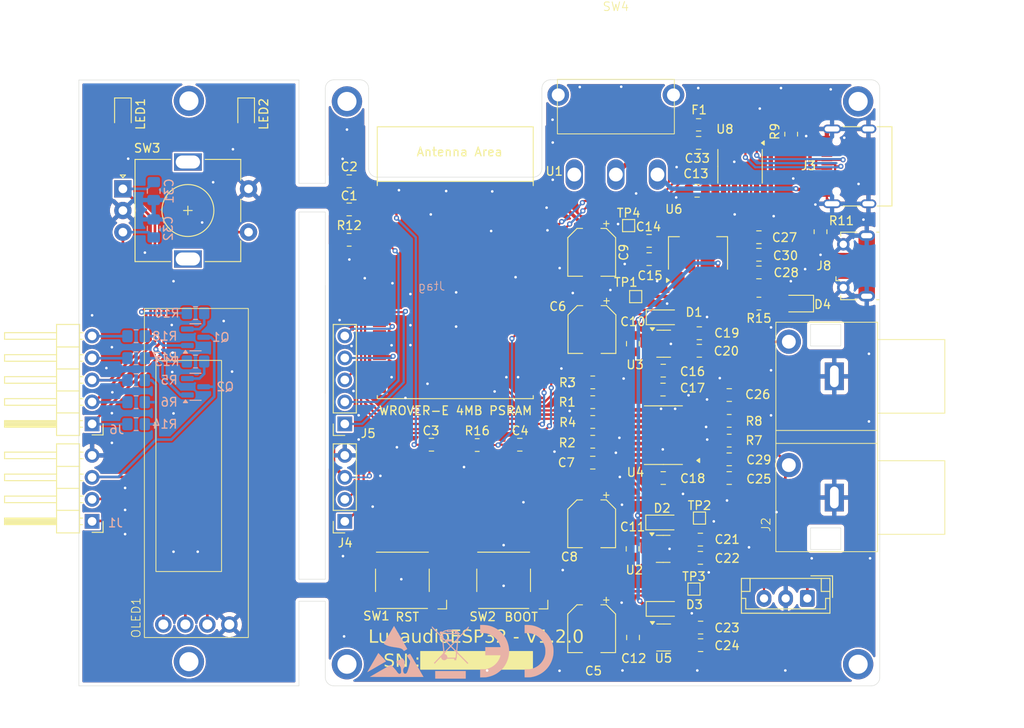
<source format=kicad_pcb>
(kicad_pcb (version 20240108) (generator "pcbnew") (generator_version "8.0")
  (layers (0 "F.Cu" signal) (31 "B.Cu" signal) (34 "B.Paste" user) (35 "F.Paste" user) (36 "B.SilkS" user "B.Silkscreen") (37 "F.SilkS" user "F.Silkscreen") (38 "B.Mask" user) (39 "F.Mask" user) (44 "Edge.Cuts" user))
  (net 0 "")
  (net 1 "GND")
  (net 2 "Net-(U4-VNEG)")
  (net 3 "Net-(U4-CAPM)")
  (net 4 "Net-(U4-CAPP)")
  (net 5 "Net-(J2-IN2)")
  (net 6 "Net-(J2-IN1)")
  (net 8 "Net-(J3-CC2)")
  (net 10 "I2S_WS")
  (net 11 "I2S_DATA")
  (net 12 "Net-(J3-CC1)")
  (net 13 "I2S_CLK")
  (net 14 "Net-(U4-DIN)")
  (net 15 "Net-(U4-XSMT)")
  (net 16 "Net-(U4-BCK)")
  (net 17 "Net-(U4-LRCK)")
  (net 18 "Net-(U4-OUTL)")
  (net 19 "Net-(U4-OUTR)")
  (net 24 "+5V")
  (net 25 "3V3")
  (net 26 "MCU_TX")
  (net 27 "MCU_RX")
  (net 28 "MCU_RST")
  (net 29 "GPIO0")
  (net 30 "3V3_1")
  (net 31 "3V3_2")
  (net 32 "3V3_3")
  (net 33 "SPI_RST")
  (net 34 "RL1")
  (net 36 "SPI_MOSI")
  (net 37 "RGB")
  (net 49 "Net-(U8-UD+)")
  (net 50 "Net-(U8-UD-)")
  (net 51 "ROTARY_A")
  (net 52 "ROTARY_B")
  (net 53 "ROTARY_SW")
  (net 54 "I2C_SDA")
  (net 57 "LED_AMP")
  (net 58 "I2C_SCL")
  (net 62 "Net-(D4-A)")
  (net 63 "LED_PWR")
  (net 64 "DAC_MUTE")
  (net 67 "ROTARY_A_o")
  (net 68 "ROTARY_B_o")
  (net 69 "Vusb")
  (net 70 "OLED_SCL")
  (net 71 "3V3_o")
  (net 72 "OLED_SDA")
  (net 73 "LED_AMP_o")
  (net 74 "ROTARY_SW_o")
  (net 75 "LED_PWR_o")
  (net 76 "Net-(LED1-A)")
  (net 77 "Net-(LED2-A)")
  (net 78 "Net-(SW4-B)")
  (net 79 "Net-(Q1-E)")
  (net 80 "Net-(Q2-E)")
  (net 82 "Net-(Q1-B)")
  (net 83 "Net-(Q2-B)")
  (footprint "Capacitor_SMD:C_0805_2012Metric_Pad1.18x1.45mm_HandSolder" (layer "F.Cu") (at 149.117 109.838)
    (property "Reference" "C29")
    (property "Value" "2.2nF")
  )
  (footprint "TestPoint:TestPoint_Pad_1.0x1.0mm" (layer "F.Cu") (at 145.053 124.824)
    (property "Reference" "TP3")
    (property "Value" "TestPoint")
  )
  (footprint "Connector_USB:USB_Micro-B_Molex-105017-0001" (layer "F.Cu") (at 163.75 87.4968 90)
    (property "Reference" "J8")
    (property "Value" "USB_B_Micro")
  )
  (footprint "Capacitor_SMD:C_0805_2012Metric" (layer "F.Cu") (at 139.8778 86.7156)
    (property "Reference" "C15")
    (property "Value" "100nF")
  )
  (footprint "Capacitor_SMD:C_0805_2012Metric_Pad1.18x1.45mm_HandSolder" (layer "F.Cu") (at 133.369 110.219 180)
    (property "Reference" "C7")
    (property "Value" "100nF")
  )
  (footprint "Connector_PinSocket_2.54mm:PinSocket_1x04_P2.54mm_Vertical" (layer "F.Cu") (at 104.75 117 180)
    (property "Reference" "J4")
    (property "Value" "Conn_01x04_Socket")
  )
  (footprint "Local_connector:2x RCA" (layer "F.Cu") (at 162 107.25 90)
    (property "Reference" "J2")
    (property "Value" "Conn_Coaxial_x2")
    (fp_rect (start 10.5 -3.5) (end 13 0) (stroke (width 0.05)) (fill none) (layer "Edge.Cuts"))
    (fp_rect (start -13 -3.5) (end -10.5 0) (stroke (width 0.05)) (fill none) (layer "Edge.Cuts"))
  )
  (footprint "Capacitor_SMD:C_0805_2012Metric" (layer "F.Cu") (at 137.9982 96.4805 -90)
    (property "Reference" "C10")
    (property "Value" "1uF")
  )
  (footprint "Capacitor_SMD:C_0805_2012Metric" (layer "F.Cu") (at 152.546 88.248)
    (property "Reference" "C28")
    (property "Value" "100nF")
  )
  (footprint "Fuse:Fuse_0805_2012Metric" (layer "F.Cu") (at 145.5864 71.2046)
    (property "Reference" "F1")
    (property "Value" "300mA")
  )
  (footprint "Connector_PinSocket_2.54mm:PinSocket_1x05_P2.54mm_Vertical" (layer "F.Cu") (at 104.75 105.7468 180)
    (property "Reference" "J5")
    (property "Value" "Conn_01x05_Socket")
  )
  (footprint "Espressif:ESP32-WROVER-E" (layer "F.Cu") (at 117.5004 87.122)
    (property "Reference" "U1")
    (property "Value" "ESP32-WROVER-E")
  )
  (footprint "Diode_SMD:D_SOD-323_HandSoldering" (layer "F.Cu") (at 141.5542 93.4325)
    (property "Reference" "D1")
    (property "Value" "1N5819WS")
  )
  (footprint "Package_TO_SOT_SMD:SOT-23-5" (layer "F.Cu") (at 141.5542 130.412)
    (property "Reference" "U5")
    (property "Value" "LP5907MFX-3.3")
  )
  (footprint "Resistor_SMD:R_0805_2012Metric_Pad1.20x1.40mm_HandSolder" (layer "F.Cu") (at 120.034 108.187)
    (property "Reference" "R16")
    (property "Value" "10K")
  )
  (footprint "Resistor_SMD:R_0805_2012Metric_Pad1.20x1.40mm_HandSolder" (layer "F.Cu") (at 156.2695 72.2797 -90)
    (property "Reference" "R9")
    (property "Value" "5.1k")
  )
  (footprint "Capacitor_SMD:C_0805_2012Metric_Pad1.18x1.45mm_HandSolder" (layer "F.Cu") (at 105.2576 77.724 180)
    (property "Reference" "C2")
    (property "Value" "100nF")
  )
  (footprint "Rotary_Encoder:RotaryEncoder_Alps_EC11E-Switch_Vertical_H20mm" (layer "F.Cu") (at 79.14 78.596)
    (property "Reference" "SW3")
    (property "Value" "RotaryEncoder_Switch")
  )
  (footprint "Package_TO_SOT_SMD:SOT-223-3_TabPin2" (layer "F.Cu") (at 145.5166 86.0298 90)
    (property "Reference" "U6")
    (property "Value" "TLV1117-33")
  )
  (footprint "Capacitor_SMD:C_0805_2012Metric" (layer "F.Cu") (at 145.815 129.269)
    (property "Reference" "C23")
    (property "Value" "100nF")
  )
  (footprint "Capacitor_SMD:C_0805_2012Metric_Pad1.18x1.45mm_HandSolder" (layer "F.Cu") (at 149.1234 102.4128 180)
    (property "Reference" "C26")
    (property "Value" "2.2nF")
  )
  (footprint "MountingHole:MountingHole_2.2mm_M2_ISO7380_Pad" (layer "F.Cu") (at 86.76 68.436)
    (property "Reference" "REF**" (hide yes))
    (property "Value" "MountingHole_2.2mm_M2_ISO7380_Pad")
  )
  (footprint "Capacitor_SMD:CP_Elec_5x4.5" (layer "F.Cu") (at 133.2738 94.8436 -90)
    (property "Reference" "C6")
    (property "Value" "10uF")
  )
  (footprint "Capacitor_SMD:C_0805_2012Metric" (layer "F.Cu") (at 145.669 95.2754)
    (property "Reference" "C19")
    (property "Value" "100nF")
  )
  (footprint "MountingHole:MountingHole_2.2mm_M2_ISO7380_Pad" (layer "F.Cu") (at 105 133.5)
    (property "Reference" "REF**" (hide yes))
    (property "Value" "MountingHole_2.2mm_M2_ISO7380_Pad")
  )
  (footprint "Capacitor_SMD:C_0805_2012Metric" (layer "F.Cu") (at 124.95 108.1468)
    (property "Reference" "C4")
    (property "Value" "100nF")
  )
  (footprint "Resistor_SMD:R_0805_2012Metric_Pad1.20x1.40mm_HandSolder" (layer "F.Cu") (at 105.2576 84.4804)
    (property "Reference" "R12")
    (property "Value" "10K")
  )
  (footprint "Resistor_SMD:R_0805_2012Metric_Pad1.20x1.40mm_HandSolder" (layer "F.Cu") (at 149.117 105.393)
    (property "Reference" "R8")
    (property "Value" "470")
  )
  (footprint "Capacitor_SMD:C_0805_2012Metric_Pad1.18x1.45mm_HandSolder" (layer "F.Cu") (at 141.478 101.7778 180)
    (property "Reference" "C17")
    (property "Value" "2.2uF")
  )
  (footprint "Capacitor_SMD:C_0805_2012Metric_Pad1.18x1.45mm_HandSolder" (layer "F.Cu") (at 149.117 111.997 180)
    (property "Reference" "C25")
    (property "Value" "2.2uF")
  )
  (footprint "LED_SMD:LED_0805_2012Metric_Pad1.15x1.40mm_HandSolder" (layer "F.Cu") (at 156.991 91.8468 180)
    (property "Reference" "D4")
    (property "Value" "LED")
  )
  (footprint "Capacitor_SMD:CP_Elec_5x4.5" (layer "F.Cu") (at 133.2484 85.9282 -90)
    (property "Reference" "C9")
    (property "Value" "100uF")
  )
  (footprint "Capacitor_SMD:C_0805_2012Metric" (layer "F.Cu") (at 114.75 108.1468)
    (property "Reference" "C3")
    (property "Value" "100nF")
  )
  (footprint "Capacitor_SMD:C_0805_2012Metric" (layer "F.Cu") (at 145.815 131.301)
    (property "Reference" "C24")
    (property "Value" "1uF")
  )
  (footprint "Connector_PinHeader_2.54mm:PinHeader_1x04_P2.54mm_Horizontal" (layer "F.Cu") (at 75.584 117 180)
    (property "Reference" "J1")
    (property "Value" "Conn_01x04_Pin")
  )
  (footprint "MountingHole:MountingHole_2.2mm_M2_ISO7380_Pad" (layer "F.Cu") (at 164 133.5)
    (property "Reference" "REF**" (hide yes))
    (property "Value" "MountingHole_2.2mm_M2_ISO7380_Pad")
  )
  (footprint "Capacitor_SMD:C_0805_2012Metric" (layer "F.Cu") (at 152.546 84.184)
    (property "Reference" "C27")
    (property "Value" "10uF")
  )
  (footprint "Connector_USB:USB_C_Receptacle_G-Switch_GT-USB-7010ASV" (layer "F.Cu") (at 164.1142 75.9968 90)
    (property "Reference" "J3")
    (property "Value" "USB_C_Receptacle_USB2.0_16P")
  )
  (footprint "local_lbr:OLED_128_32" (layer "F.Cu") (at 93.618 130.412 90)
    (property "Reference" "OLED1")
    (property "Value" "~")
  )
  (footprint "TestPoint:TestPoint_Pad_1.0x1.0mm" (layer "F.Cu") (at 137.5092 82.8378)
    (property "Reference" "TP4")
    (property "Value" "TestPoint")
  )
  (footprint "Connector_PinHeader_2.54mm:PinHeader_1x05_P2.54mm_Horizontal" (layer "F.Cu") (at 75.584 105.7468 180)
    (property "Reference" "J6")
    (property "Value" "Conn_01x05_Pin")
  )
  (footprint "Resistor_SMD:R_0805_2012Metric_Pad1.20x1.40mm_HandSolder" (layer "F.Cu") (at 133.369 107.806)
    (property "Reference" "R2")
    (property "Value" "470")
  )
  (footprint "Diode_SMD:D_SOD-323_HandSoldering" (layer "F.Cu") (at 141.5478 127.11)
    (property "Reference" "D3")
    (property "Value" "1N5819WS")
  )
  (footprint "Package_SO:SOP-8_3.9x4.9mm_P1.27mm" (layer "F.Cu") (at 150.368 75.9968 -90)
    (property "Reference" "U8")
    (property "Value" "CH340N")
  )
  (footprint "Button_Switch_SMD:SW_SPST_Omron_B3FS-100xP" (layer "F.Cu") (at 111.398 123.808 180)
    (property "Reference" "SW1")
    (property "Value" "SW_Omron_B3FS")
  )
  (footprint "Capacitor_SMD:C_0805_2012Metric" (layer "F.Cu") (at 137.9664 120.1758 -90)
    (property "Reference" "C11")
    (property "Value" "1uF")
  )
  (footprint "MountingHole:MountingHole_2.2mm_M2_ISO7380_Pad" (layer "F.Cu") (at 105 68.5)
    (property "Reference" "REF**" (hide yes))
    (property "Value" "MountingHole_2.2mm_M2_ISO7380_Pad")
  )
  (footprint "Capacitor_SMD:CP_Elec_5x4.5" (layer "F.Cu") (at 133.242 129.396 -90)
    (property "Reference" "C5")
    (property "Value" "10uF")
  )
  (footprint "LED_SMD:LED_0805_2012Metric_Pad1.15x1.40mm_HandSolder" (layer "F.Cu") (at 79.14 69.96 -90)
    (property "Reference" "LED1")
    (property "Value" "AMP")
  )
  (footprint "Capacitor_SMD:C_0805_2012Metric_Pad1.18x1.45mm_HandSolder" (layer "F.Cu") (at 141.5034 111.997 180)
    (property "Reference" "C18")
    (property "Value" "100nF")
  )
  (footprint "Capacitor_SMD:C_0805_2012Metric" (layer "F.Cu") (at 145.5864 73.2874)
    (property "Reference" "C33")
    (property "Value" "100nF")
  )
  (footprint "Capacitor_SMD:C_0805_2012Metric" (layer "F.Cu") (at 145.7896 119.109)
    (property "Reference" "C21")
    (property "Value" "100nF")
  )
  (footprint "Resistor_SMD:R_0805_2012Metric_Pad1.20x1.40mm_HandSolder" (layer "F.Cu") (at 133.369 103.234)
    (property "Reference" "R1")
    (property "Value" "470")
  )
  (footprint "Capacitor_SMD:CP_Elec_5x4.5" (layer "F.Cu") (at 133.242 117.2802 -90)
    (property "Reference" "C8")
    (property "Value" "10uF")
  )
  (footprint "Resistor_SMD:R_0805_2012Metric_Pad1.20x1.40mm_HandSolder" (layer "F.Cu") (at 149.117 107.679)
    (property "Reference" "R7")
    (property "Value" "470")
  )
  (footprint "Resistor_SMD:R_0805_2012Metric_Pad1.20x1.40mm_HandSolder" (layer "F.Cu") (at 133.369 105.52)
    (property "Reference" "R4")
    (property "Value" "470")
  )
  (footprint "Capacitor_SMD:C_0805_2012Metric" (layer "F.Cu") (at 139.8778 84.6074)
    (property "Reference" "C14")
    (property "Value" "10uF")
  )
  (footprint "Package_TO_SOT_SMD:SOT-23-5" (layer "F.Cu") (at 141.5542 96.4805)
    (property "Reference" "U3")
    (property "Value" "LP5907MFX-3.3")
  )
  (footprint "local_lbr:Slide_angular_SPDT" (layer "F.Cu") (at 136.036 76.945)
    (property "Reference" "SW4")
    (property "Value" "SW_SPDT")
  )
  (footprint "Capacitor_SMD:C_0805_2012Metric" (layer "F.Cu") (at 152.546 86.2076)
    (property "Reference" "C30")
    (property "Value" "100nF")
  )
  (footprint "Capacitor_SMD:C_0805_2012Metric_Pad1.18x1.45mm_HandSolder" (layer "F.Cu") (at 105.2576 80.9752 180)
    (property "Reference" "C1")
    (property "Value" "4.7uF")
  )
  (footprint "Resistor_SMD:R_0805_2012Metric_Pad1.20x1.40mm_HandSolder" (layer "F.Cu") (at 159.658 83.549 -90)
    (property "Reference" "R11")
    (property "Value" "5.1k")
  )
  (footprint "Button_Switch_SMD:SW_SPST_Omron_B3FS-100xP" (layer "F.Cu") (at 123.082 123.808 180)
    (property "Reference" "SW2")
    (property "Value" "SW_Omron_B3FS")
  )
  (footprint "Capacitor_SMD:C_0805_2012Metric" (layer "F.Cu") (at 138.0172 130.412 -90)
    (property "Reference" "C12")
    (property "Value" "1uF")
  )
  (footprint "Resistor_SMD:R_0805_2012Metric_Pad1.20x1.40mm_HandSolder" (layer "F.Cu") (at 133.369 100.948)
    (property "Reference" "R3")
    (property "Value" "470")
  )
  (footprint "MountingHole:MountingHole_2.2mm_M2_ISO7380_Pad" (layer "F.Cu") (at 86.76 133.206)
    (property "Reference" "REF**" (hide yes))
    (property "Value" "MountingHole_2.2mm_M2_ISO7380_Pad")
  )
  (footprint "Capacitor_SMD:C_0805_2012Metric_Pad1.18x1.45mm_HandSolder" (layer "F.Cu") (at 141.5034 99.5934 180)
    (property "Reference" "C16")
    (property "Value" "100nF")
  )
  (footprint "TestPoint:TestPoint_Pad_1.0x1.0mm" (layer "F.Cu") (at 138.322 91.042)
    (property "Reference" "TP1")
    (property "Value" "TestPoint")
  )
  (footprint "TestPoint:TestPoint_Pad_1.0x1.0mm" (layer "F.Cu") (at 145.688 116.6198)
    (property "Reference" "TP2")
    (property "Value" "TestPoint")
  )
  (footprint "Capacitor_SMD:C_0805_2012Metric" (layer "F.Cu") (at 145.669 97.3)
    (property "Reference" "C20")
    (property "Value" "1uF")
  )
  (footprint "LED_SMD:LED_0805_2012Metric_Pad1.15x1.40mm_HandSolder" (layer "F.Cu") (at 93.364 69.96 -90)
    (property "Reference" "LED2")
    (property "Value" "POWER")
  )
  (footprint "Capacitor_SMD:C_0805_2012Metric" (layer "F.Cu") (at 145.7896 121.2172)
    (property "Reference" "C22")
    (property "Value" "1uF")
  )
  (footprint "local_lbr:JST_3p_audio" (layer "F.Cu") (at 155.594 126.094 180)
    (property "Reference" "J9" (hide yes))
    (property "Value" "AudioJack3" (hide yes))
  )
  (footprint "Capacitor_SMD:C_0805_2012Metric" (layer "F.Cu") (at 145.415 78.8162 180)
    (property "Reference" "C13")
    (property "Value" "100nF")
  )
  (footprint "Diode_SMD:D_SOD-323_HandSoldering" (layer "F.Cu") (at 141.497 117.1278)
    (property "Reference" "D2")
    (property "Value" "1N5819WS")
  )
  (footprint "Package_SO:TSSOP-20_4.4x6.5mm_P0.65mm" (layer "F.Cu") (at 141.5191 107.044 180)
    (property "Reference" "U4")
    (property "Value" "PCM5100")
  )
  (footprint "Resistor_SMD:R_0805_2012Metric_Pad1.20x1.40mm_HandSolder" (layer "F.Cu") (at 152.546 91.8468 180)
    (property "Reference" "R15")
    (property "Value" "470")
  )
  (footprint "MountingHole:MountingHole_2.2mm_M2_ISO7380_Pad" (layer "F.Cu") (at 164 68.5)
    (property "Reference" "REF**" (hide yes))
    (property "Value" "MountingHole_2.2mm_M2_ISO7380_Pad")
  )
  (footprint "Package_TO_SOT_SMD:SOT-23-5" (layer "F.Cu") (at 141.497 120.1758)
    (property "Reference" "U2")
    (property "Value" "LP5907MFX-3.3")
  )
  (footprint "Symbol:WEEE-Logo_4.2x6mm_SilkScreen" (layer "B.Cu") (at 116.9352 132.1392 180)
    (property "Reference" "REF**" (hide yes))
    (property "Value" "WEEE-Logo_4.2x6mm_SilkScreen" (hide yes))
  )
  (footprint "Resistor_SMD:R_0805_2012Metric_Pad1.20x1.40mm_HandSolder" (layer "B.Cu") (at 87.522 98.535)
    (property "Reference" "R13")
    (property "Value" "470")
  )
  (footprint "Package_TO_SOT_SMD:SOT-23" (layer "B.Cu") (at 87.522 95.741)
    (property "Reference" "Q1")
    (property "Value" "BC847")
  )
  (footprint "Resistor_SMD:R_0805_2012Metric_Pad1.20x1.40mm_HandSolder" (layer "B.Cu") (at 87.522 92.947)
    (property "Reference" "R10")
    (property "Value" "470")
  )
  (footprint "Symbol:CE-Logo_8.5x6mm_SilkScreen" (layer "B.Cu") (at 124.606 131.9868 180)
    (property "Reference" "REF**" (hide yes))
    (property "Value" "CE-Logo_8.5x6mm_SilkScreen" (hide yes))
  )
  (footprint "Resistor_SMD:R_0805_2012Metric_Pad1.20x1.40mm_HandSolder" (layer "B.Cu") (at 80.664 103.234 180)
    (property "Reference" "R5")
    (property "Value" "10K")
  )
  (footprint "Resistor_SMD:R_0805_2012Metric_Pad1.20x1.40mm_HandSolder" (layer "B.Cu") (at 80.664 105.774)
    (property "Reference" "R14")
    (property "Value" "10K")
  )
  (footprint "Resistor_SMD:R_0805_2012Metric_Pad1.20x1.40mm_HandSolder" (layer "B.Cu") (at 80.664 95.614 180)
    (property "Reference" "R18")
    (property "Value" "470")
  )
  (footprint "Capacitor_SMD:C_0805_2012Metric_Pad1.18x1.45mm_HandSolder" (layer "B.Cu") (at 82.696 78.85 -90)
    (property "Reference" "C31")
    (property "Value" "470nF")
  )
  (footprint "Resistor_SMD:R_0805_2012Metric_Pad1.20x1.40mm_HandSolder" (layer "B.Cu") (at 80.664 98.154 180)
    (property "Reference" "R17")
    (property "Value" "470")
  )
  (footprint "Symbol:ESD-Logo_6.6x6mm_SilkScreen" (layer "B.Cu") (at 110.5852 132.0122 180)
    (property "Reference" "REF**" (hide yes))
    (property "Value" "ESD-Logo_6.6x6mm_SilkScreen" (hide yes))
  )
  (footprint "Package_TO_SOT_SMD:SOT-23" (layer "B.Cu") (at 87.522 101.456)
    (property "Reference" "Q2")
    (property "Value" "BC847")
  )
  (footprint "Capacitor_SMD:C_0805_2012Metric_Pad1.18x1.45mm_HandSolder" (layer "B.Cu") (at 82.696 83.168 90)
    (property "Reference" "C32")
    (property "Value" "470nF")
  )
  (footprint "Resistor_SMD:R_0805_2012Metric_Pad1.20x1.40mm_HandSolder" (layer "B.Cu") (at 80.664 100.694)
    (property "Reference" "R6")
    (property "Value" "10K")
  )
  (gr_rect (start 113.503667 132.023) (end 126.416334 134.083576) (stroke (width 0.1)) (fill solid) (layer "F.SilkS"))
  (gr_line (start 103.5 66) (end 106.5 66) (stroke (width 0.05)) (layer "Edge.Cuts"))
  (gr_line (start 99.46 77.961) (end 102.508 77.961) (stroke (width 0.05)) (layer "Edge.Cuts"))
  (gr_line (start 102.5 67) (end 102.508 77.961) (stroke (width 0.05)) (layer "Edge.Cuts"))
  (gr_arc (start 103.5 136) (mid 102.792893 135.707107) (end 102.5 135) (stroke (width 0.05)) (layer "Edge.Cuts"))
  (gr_line (start 102.508 126.221) (end 99.46 126.221) (stroke (width 0.05)) (layer "Edge.Cuts"))
  (gr_line (start 128.5 66) (end 165.5 66) (stroke (width 0.05)) (layer "Edge.Cuts"))
  (gr_line (start 74.06 136) (end 99.46 136) (stroke (width 0.05)) (layer "Edge.Cuts"))
  (gr_arc (start 102.5 67) (mid 102.792893 66.292893) (end 103.5 66) (stroke (width 0.05)) (layer "Edge.Cuts"))
  (gr_line (start 108.5 77.239693) (end 126.5 77.239693) (stroke (width 0.05)) (layer "Edge.Cuts"))
  (gr_arc (start 106.5 66) (mid 107.207107 66.292893) (end 107.5 67) (stroke (width 0.05)) (layer "Edge.Cuts"))
  (gr_line (start 107.5 67) (end 107.5 76.239694) (stroke (width 0.05)) (layer "Edge.Cuts"))
  (gr_line (start 74.06 66.023) (end 74.06 136) (stroke (width 0.05)) (layer "Edge.Cuts"))
  (gr_line (start 165.5 136) (end 103.5 136) (stroke (width 0.05)) (layer "Edge.Cuts"))
  (gr_line (start 99.46 66.023) (end 74.06 66.023) (stroke (width 0.05)) (layer "Edge.Cuts"))
  (gr_arc (start 108.5 77.239694) (mid 107.792896 76.9468) (end 107.5 76.239694) (stroke (width 0.05)) (layer "Edge.Cuts"))
  (gr_line (start 99.46 136) (end 99.46 126.221) (stroke (width 0.05)) (layer "Edge.Cuts"))
  (gr_arc (start 127.5 67) (mid 127.792893 66.292893) (end 128.5 66) (stroke (width 0.05)) (layer "Edge.Cuts"))
  (gr_line (start 127.5 76.239693) (end 127.5 67) (stroke (width 0.05)) (layer "Edge.Cuts"))
  (gr_line (start 102.508 81.263) (end 102.508 123.681) (stroke (width 0.05)) (layer "Edge.Cuts"))
  (gr_arc (start 127.5 76.239693) (mid 127.207107 76.9468) (end 126.5 77.239693) (stroke (width 0.05)) (layer "Edge.Cuts"))
  (gr_line (start 99.46 81.263) (end 102.508 81.263) (stroke (width 0.05)) (layer "Edge.Cuts"))
  (gr_line (start 99.46 123.681) (end 99.46 81.263) (stroke (width 0.05)) (layer "Edge.Cuts"))
  (gr_line (start 99.46 77.961) (end 99.46 66.023) (stroke (width 0.05)) (layer "Edge.Cuts"))
  (gr_line (start 99.46 123.681) (end 102.508 123.681) (stroke (width 0.05)) (layer "Edge.Cuts"))
  (gr_line (start 102.508 126.221) (end 102.5 135) (stroke (width 0.05)) (layer "Edge.Cuts"))
  (gr_arc (start 165.5 66) (mid 166.207107 66.292893) (end 166.5 67) (stroke (width 0.05)) (layer "Edge.Cuts"))
  (gr_line (start 102.5 89.75) (end 102.5 102.25) (stroke (width 0.05)) (layer "Edge.Cuts"))
  (gr_arc (start 166.5 135) (mid 166.207107 135.707107) (end 165.5 136) (stroke (width 0.05)) (layer "Edge.Cuts"))
  (gr_line (start 166.5 67) (end 166.5 135) (stroke (width 0.05)) (layer "Edge.Cuts"))
  (gr_text "Jtag" (at 116.410929 90.414871 0) (layer "B.SilkS") (effects (font (size 1 1) (thickness 0.1)) (justify left bottom mirror)))
  (gr_text "BOOT" (at 123.082 128.634 0) (layer "F.SilkS") (effects (font (size 1 1)) (justify left bottom)))
  (gr_text "SN :" (at 109.212966 134.052748 0) (layer "F.SilkS") (effects (font (size 1.5 1.5) (thickness 0.2)) (justify left bottom)))
  (gr_text "WROVER-E 4MB PSRAM" (at 108.6 104.8 0) (layer "F.SilkS") (effects (font (size 1 1)) (justify left bottom)))
  (gr_text "RST" (at 110.509 128.634 0) (layer "F.SilkS") (effects (font (size 1 1)) (justify left bottom)))
  (gr_text "LucaudioESP32 - V1.2.0" (at 107.46 131.273 0) (layer "F.SilkS") (effects (font (size 1.5 1.5) (thickness 0.2)) (justify left bottom)))
  (segment (start 126.2504 78.867) (end 125.603 78.867) (width 0.254) (layer "F.Cu") (net 1))
  (segment (start 160.3892 79.1968) (end 158.9432 79.1968) (width 0.254) (layer "F.Cu") (net 1))
  (segment (start 141.6304 97.031701) (end 141.6304 98.4289) (width 0.254) (layer "F.Cu") (net 1))
  (segment (start 143.1337 104.1256) (end 143.0026 104.1256) (width 0.254) (layer "F.Cu") (net 1))
  (segment (start 160.3892 79.1968) (end 160.3892 79.7168) (width 0.254) (layer "F.Cu") (net 1))
  (segment (start 140.4167 96.4805) (end 141.079199 96.4805) (width 0.254) (layer "F.Cu") (net 1))
  (segment (start 138.6566 104.769) (end 137.571 104.769) (width 0.254) (layer "F.Cu") (net 1))
  (segment (start 126.2504 78.867) (end 127.1524 78.867) (width 0.254) (layer "F.Cu") (net 1))
  (segment (start 137.571 104.769) (end 137.1536 104.3516) (width 0.254) (layer "F.Cu") (net 1))
  (segment (start 127.1524 78.867) (end 127.7366 79.4512) (width 0.254) (layer "F.Cu") (net 1))
  (segment (start 141.079199 96.4805) (end 141.6304 97.031701) (width 0.254) (layer "F.Cu") (net 1))
  (segment (start 143.1337 104.1256) (end 143.1193 104.14) (width 0.254) (layer "F.Cu") (net 1))
  (segment (start 160.3892 79.7168) (end 160.9892 80.3168) (width 0.254) (layer "F.Cu") (net 1))
  (segment (start 141.6304 98.4289) (end 140.4659 99.5934) (width 0.254) (layer "F.Cu") (net 1))
  (segment (start 125.603 78.867) (end 124.841 79.629) (width 0.254) (layer "F.Cu") (net 1))
  (segment (start 143.0026 104.1256) (end 142.877 104) (width 0.254) (layer "F.Cu") (net 1))
  (via (at 155.0924 66.9544) (size 0.6) (drill 0.3) (layers "F.Cu" "B.Cu") (net 1))
  (via (at 142.877 104) (size 0.6) (drill 0.3) (layers "F.Cu" "B.Cu") (net 1))
  (via (at 84.982 89.264) (size 0.6) (drill 0.3) (layers "F.Cu" "B.Cu") (net 1))
  (via (at 158.642 121.268) (size 0.6) (drill 0.3) (layers "F.Cu" "B.Cu") (net 1))
  (via (at 149.7012 75.4718) (size 0.6) (drill 0.3) (layers "F.Cu" "B.Cu") (net 1))
  (via (at 105 71.75) (size 0.6) (drill 0.3) (layers "F.Cu" "B.Cu") (net 1))
  (via (at 107.056 88.916) (size 0.6) (drill 0.3) (layers "F.Cu" "B.Cu") (net 1))
  (via (at 156.229 89.264) (size 0.6) (drill 0.3) (layers "F.Cu" "B.Cu") (net 1))
  (via (at 105.75 101.9468) (size 0.6) (drill 0.3) (layers "F.Cu" "B.Cu") (net 1))
  (via (at 136.7408 115.0788) (size 0.6) (drill 0.3) (layers "F.Cu" "B.Cu") (net 1))
  (via (at 153.943 104.758) (size 0.6) (drill 0.3) (layers "F.Cu" "B.Cu") (net 1))
  (via (at 138.3728 79.1294) (size 0.6) (drill 0.3) (layers "F.Cu" "B.Cu") (net 1))
  (via (at 131.064 90.6272) (size 0.6) (drill 0.3) (layers "F.Cu" "B.Cu") (net 1))
  (via (at 112.323 96.647) (size 0.6) (drill 0.3) (layers "F.Cu" "B.Cu") (net 1))
  (via (at 75.584 93.201) (size 0.6) (drill 0.3) (layers "F.Cu" "B.Cu") (net 1))
  (via (at 116.45 78.85) (size 0.6) (drill 0.3) (layers "F.Cu" "B.Cu") (net 1))
  (via (at 130.6576 101.3968) (size 0.6) (drill 0.3) (layers "F.Cu" "B.Cu") (net 1))
  (via (at 159.658 86.216) (size 0.6) (drill 0.3) (layers "F.Cu" "B.Cu") (net 1))
  (via (at 147.339 117.0008) (size 0.6) (drill 0.3) (layers "F.Cu" "B.Cu") (net 1))
  (via (at 149.75 81.5468) (size 0.6) (drill 0.3) (layers "F.Cu" "B.Cu") (net 1))
  (via (at 145.434 134.222) (size 0.6) (drill 0.3) (layers "F.Cu" "B.Cu") (net 1))
  (via (at 136.7028 126.3904) (size 0.6) (drill 0.3) (layers "F.Cu" "B.Cu") (net 1))
  (via (at 131.8704 66.8358) (size 0.6) (drill 0.3) (layers "F.Cu" "B.Cu") (net 1))
  (via (at 153.943 99.551) (size 0.6) (drill 0.3) (layers "F.Cu" "B.Cu") (net 1))
  (via (at 136.652 66.802) (size 0.6) (drill 0.3) (layers "F.Cu" "B.Cu") (net 1))
  (via (at 165.246 105.4608) (size 0.6) (drill 0.3) (layers "F.Cu" "B.Cu") (net 1))
  (via (at 144.799 127.618) (size 0.6) (drill 0.3) (layers "F.Cu" "B.Cu") (net 1))
  (via (at 156.5084 77.4022) (size 0.6) (drill 0.3) (layers "F.Cu" "B.Cu") (net 1))
  (via (at 137.0584 87.2744) (size 0.6) (drill 0.3) (layers "F.Cu" "B.Cu") (net 1))
  (via (at 164.0462 78.0308) (size 0.6) (drill 0.3) (layers "F.Cu" "B.Cu") (net 1))
  (via (at 158 72.5) (size 0.6) (drill 0.3) (layers "F.Cu" "B.Cu") (net 1))
  (via (at 79.7496 75.1162) (size 0.6) (drill 0.3) (layers "F.Cu" "B.Cu") (net 1))
  (via (at 128.7272 70.612) (size 0.6) (drill 0.3) (layers "F.Cu" "B.Cu") (net 1))
  (via (at 84.982 104.5294) (size 0.6) (drill 0.3) (layers "F.Cu" "B.Cu") (net 1))
  (via (at 130.702 104.25) (size 0.6) (drill 0.3) (layers "F.Cu" "B.Cu") (net 1))
  (via (at 159.0635 80.4077) (size 0.6) (drill 0.3) (layers "F.Cu" "B.Cu") (net 1))
  (via (at 146.558 93.3958) (size 0.6) (drill 0.3) (layers "F.Cu" "B.Cu") (net 1))
  (via (at 104.667 130.285) (size 0.6) (drill 0.3) (layers "F.Cu" "B.Cu") (net 1))
  (via (at 123.082 119.744) (size 0.6) (drill 0.3) (layers "F.Cu" "B.Cu") (net 1))
  (via (at 125.368 114.791) (size 0.6) (drill 0.3) (layers "F.Cu" "B.Cu") (net 1))
  (via (at 77.87 104.504) (size 0.6) (drill 0.3) (layers "F.Cu" "B.Cu") (net 1))
  (via (at 142.9956 79.5866) (size 0.6) (drill 0.3) (layers "F.Cu" "B.Cu") (net 1))
  (via (at 105.523 96.7468) (size 0.6) (drill 0.3) (layers "F.Cu" "B.Cu") (net 1))
  (via (at 165.246 97.646) (size 0.6) (drill 0.3) (layers "F.Cu" "B.Cu") (net 1))
  (via (at 112.323 94.3468) (size 0.6) (drill 0.3) (layers "F.Cu" "B.Cu") (net 1))
  (via (at 91.7384 99.7034) (size 0.6) (drill 0.3) (layers "F.Cu" "B.Cu") (net 1))
  (via (at 142.2336 120.1758) (size 0.6) (drill 0.3) (layers "F.Cu" "B.Cu") (net 1))
  (via (at 108.858 111.743) (size 0.6) (drill 0.3) (layers "F.Cu" "B.Cu") (net 1))
  (via (at 155.594 134.222) (size 0.6) (drill 0.3) (layers "F.Cu" "B.Cu") (net 1))
  (via (at 104.15 93.7468) (size 0.6) (drill 0.3) (layers "F.Cu" "B.Cu") (net 1))
  (via (at 165.373 121.268) (size 0.6) (drill 0.3) (layers "F.Cu" "B.Cu") (net 1))
  (via (at 148.0312 100.457) (size 0.6) (drill 0.3) (layers "F.Cu" "B.Cu") (net 1))
  (via (at 77.869998 96.884) (size 0.6) (drill 0.3) (layers "F.Cu" "B.Cu") (net 1))
  (via (at 128.0414 80.772) (size 0.6) (drill 0.3) (layers "F.Cu" "B.Cu") (net 1))
  (via (at 84.7788 94.3186) (size 0.6) (drill 0.3) (layers "F.Cu" "B.Cu") (net 1))
  (via (at 136.036 109.076) (size 0.6) (drill 0.3) (layers "F.Cu" "B.Cu") (net 1))
  (via (at 146.7548 122.8936) (size 0.6) (drill 0.3) (layers "F.Cu" "B.Cu") (net 1))
  (via (at 79.394 118.474) (size 0.6) (drill 0.3) (layers "F.Cu" "B.Cu") (net 1))
  (via (at 129.535 134.255) (size 0.6) (drill 0.3) (layers "F.Cu" "B.Cu") (net 1))
  (via (at 110.25 89.4968) (size 0.6) (drill 0.3) (layers "F.Cu" "B.Cu") (net 1))
  (via (at 107.969 115.299) (size 0.6) (drill 0.3) (layers "F.Cu" "B.Cu") (net 1))
  (via (at 117.597 94.504) (size 0.6) (drill 0.3) (layers "F.Cu" "B.Cu") (net 1))
  (via (at 106.35 104.7468) (size 0.6) (drill 0.3) (layers "F.Cu" "B.Cu") (net 1))
  (via (at 79.394 113.14) (size 0.6) (drill 0.3) (layers "F.Cu" "B.Cu") (net 1))
  (via (at 124.46 88.7984) (size 0.6) (drill 0.3) (layers "F.Cu" "B.Cu") (net 1))
  (via (at 121.6406 83.4644) (size 0.6) (drill 0.3) (layers "F.Cu" "B.Cu") (net 1))
  (via (at 81.68 85.962) (size 0.6) (drill 0.3) (layers "F.Cu" "B.Cu") (net 1))
  (via (at 129.55 87.7468) (size 0.6) (drill 0.3) (layers "F.Cu" "B.Cu") (net 1))
  (via (at 123.4 100.3468) (size 0.6) (drill 0.3) (layers "F.Cu" "B.Cu") (net 1))
  (via (at 106.35 107.5468) (size 0.6) (drill 0.3) (layers "F.Cu" "B.Cu") (net 1))
  (via (at 89.554 77.834) (size 0.6) (drill 0.3) (layers "F.Cu" "B.Cu") (net 1))
  (via (at 123.082 124.443) (size 0.6) (drill 0.3) (layers "F.Cu" "B.Cu") (net 1))
  (via (at 140.8 89.25) (size 0.6) (drill 0.3) (layers "F.Cu" "B.Cu") (net 1))
  (via (at 111.75 102.7468) (size 0.6) (drill 0.3) (layers "F.Cu" "B.Cu") (net 1))
  (via (at 154.578 115.934) (size 0.6) (drill 0.3) (layers "F.Cu" "B.Cu") (net 1))
  (via (at 144.4244 102.4382) (size 0.6) (drill 0.3) (layers "F.Cu" "B.Cu") (net 1))
  (via (at 145.542 66.9544) (size 0.6) (drill 0.3) (layers "F.Cu" "B.Cu") (net 1))
  (via (at 129.9068 122.6248) (size 0.6) (drill 0.3) (layers "F.Cu" "B.Cu") (net 1))
  (via (at 146.577 107.552) (size 0.6) (drill 0.3) (layers "F.Cu" "B.Cu") (net 1))
  (via (at 77.87 107.933) (size 0.6) (drill 0.3) (layers "F.Cu" "B.Cu") (net 1))
  (via (at 136.4932 111.87) (size 0.6) (drill 0.3) (layers "F.Cu" "B.Cu") (net 1))
  (via (at 124.75 100.3468) (size 0.6) (drill 0.3) (layers "F.Cu" "B.Cu") (net 1))
  (via (at 77.235 99.297) (size 0.6) (drill 0.3) (layers "F.Cu" "B.Cu") (net 1))
  (via (at 104.4956 75.1332) (size 0.6) (drill 0.3) (layers "F.Cu" "B.Cu") (net 1))
  (via (at 146.558 102.9208) (size 0.6) (drill 0.3) (layers "F.Cu" "B.Cu") (net 1))
  (via (at 153.943 94.598) (size 0.6) (drill 0.3) (layers "F.Cu" "B.Cu") (net 1))
  (via (at 129.75 99.3468) (size 0.6) (drill 0.3) (layers "F.Cu" "B.Cu") (net 1))
  (via (at 84.982 120.506) (size 0.6) (drill 0.3) (layers "F.Cu" "B.Cu") (net 1))
  (via (at 110.763 108.441) (size 0.6) (drill 0.3) (layers "F.Cu" "B.Cu") (net 1))
  (via (at 136.9314 100.5078) (size 0.6) (drill 0.3) (layers "F.Cu" "B.Cu") (net 1))
  (via (at 128.14228 83.3834) (size 0.6) (drill 0.3) (layers "F.Cu" "B.Cu") (net 1))
  (via (at 164.611 82.152) (size 0.6) (drill 0.3) (layers "F.Cu" "B.Cu") (net 1))
  (via (at 146.45 106.092) (size 0.6) (drill 0.3) (layers "F.Cu" "B.Cu") (net 1))
  (via (at 88.284 82.4822) (size 0.6) (drill 0.3) (layers "F.Cu" "B.Cu") (net 1))
  (via (at 105.278 86.757) (size 0.6) (drill 0.3) (layers "F.Cu" "B.Cu") (net 1))
  (via (at 142.386 96.503) (size 0.6) (drill 0.3) (layers "F.Cu" "B.Cu") (net 1))
  (via (at 151.403 119.998) (size 0.6) (drill 0.3) (layers "F.Cu" "B.Cu") (net 1))
  (via (at 141.4526 108.6866) (size 0.6) (drill 0.3) (layers "F.Cu" "B.Cu") (net 1))
  (via (at 157.88 87.867) (size 0.6) (drill 0.3) (layers "F.Cu" "B.Cu") (net 1))
  (via (at 128.75 77.5468) (size 0.6) (drill 0.3) (layers "F.Cu" "B.Cu") (net 1))
  (via (at 90.7732 93.8614) (size 0.6) (drill 0.3) (layers "F.Cu" "B.Cu") (net 1))
  (via (at 111.271 123.681) (size 0.6) (drill 0.3) (layers "F.Cu" "B.Cu") (net 1))
  (via (at 111 78.75) (size 0.6) (drill 0.3) (layers "F.Cu" "B.Cu") (net 1))
  (via (at 136.29 82.66) (size 0.6) (drill 0.3) (layers "F.Cu" "B.Cu") (net 1))
  (via (at 136.798 134.222) (size 0.6) (drill 0.3) (layers "F.Cu" "B.Cu") (net 1))
  (via (at 141.25 104) (size 0.6) (drill 0.3) (layers "F.Cu" "B.Cu") (net 1))
  (via (at 143.0464 76.0814) (size 0.6) (drill 0.3) (layers "F.Cu" "B.Cu") (net 1))
  (via (at 104.54 121.014) (size 0.6) (drill 0.3) (layers "F.Cu" "B.Cu") (net 1))
  (via (at 136.4424 107.3488) (size 0.6) (drill 0.3) (layers "F.Cu" "B.Cu") (net 1))
  (via (at 152.6476 69.325) (size 0.6) (drill 0.3) (layers "F.Cu" "B.Cu") (net 1))
  (via (at 141.95 91.85) (size 0.6) (drill 0.3) (layers "F.Cu" "B.Cu") (net 1))
  (via (at 160.8328 67.1068) (size 0.6) (drill 0.3) (layers "F.Cu" "B.Cu") (net 1))
  (via (at 79.394 115.68) (size 0.6) (drill 0.3) (layers "F.Cu" "B.Cu") (net 1))
  (via (at 77.9208 102.091) (size 0.6) (drill 0.3) (layers "F.Cu" "B.Cu") (net 1))
  (via (at 122.042 101.997) (size 0.6) (drill 0.3) (layers "F.Cu" "B.Cu") (net 1))
  (via (at 162.3952 72.6968) (size 0.6) (drill 0.3) (layers "F.Cu" "B.Cu") (net 1))
  (via (at 91.84 74.024) (size 0.6) (drill 0.3) (layers "F.Cu" "B.Cu") (net 1))
  (via (at 121.7676 78.8924) (size 0.6) (drill 0.3) (layers "F.Cu" "B.Cu") (net 1))
  (via (at 128.95 108.9468) (size 0.6) (drill 0.3) (layers "F.Cu" "B.Cu") (net 1))
  (via (at 154.25 81.75) (size 0.6) (drill 0.3) (layers "F.Cu" "B.Cu") (net 1))
  (via (at 110.15 96.663) (size 0.6) (drill 0.3) (layers "F.Cu" "B.Cu") (net 1))
  (via (at 143.783 113.8258) (size 0.6) (drill 0.3) (layers "F.Cu" "B.Cu") (net 1))
  (via (at 128.75 73.2468) (size 0.6) (drill 0.3) (layers "F.Cu" "B.Cu") (net 1))
  (via (at 135.401 90.28) (size 0.6) (drill 0.3) (layers "F.Cu" "B.Cu") (net 1))
  (via (at 84.8804 97.519) (size 0.6) (drill 0.3) (layers "F.Cu" "B.Cu") (net 1))
  (via (at 148.863 114.5878) (size 0.6) (drill 0.3) (layers "F.Cu" "B.Cu") (net 1))
  (via (at 114.295 101.108) (size 0.6) (drill 0.3) (layers "F.Cu" "B.Cu") (net 1))
  (via (at 121.177 134.222) (size 0.6) (drill 0.3) (layers "F.Cu" "B.Cu") (net 1))
  (via (at 110.15 100.3468) (size 0.6) (drill 0.3) (layers "F.Cu" "B.Cu") (net 1))
  (via (at 87.776 120.506) (size 0.6) (drill 0.3) (layers "F.Cu" "B.Cu") (net 1))
  (via (at 118.51 110.727) (size 0.6) (drill 0.3) (layers "F.Cu" "B.Cu") (net 1))
  (via (at 112.323 90.7468) (size 0.6) (drill 0.3) (layers "F.Cu" "B.Cu") (net 1))
  (via (at 84.8296 99.7542) (size 0.6) (drill 0.3) (layers "F.Cu" "B.Cu") (net 1))
  (via (at 114.676 81.55) (size 0.6) (drill 0.3) (layers "F.Cu" "B.Cu") (net 1))
  (via (at 117.602 90.551) (size 0.6) (drill 0.3) (layers "F.Cu" "B.Cu") (net 1))
  (segment (start 142.25 102.0433) (end 142.25 106.019) (width 0.254) (layer "F.Cu") (net 2))
  (segment (start 143.6 107.369) (end 144.3816 107.369) (width 0.254) (layer "F.Cu") (net 2))
  (segment (start 142.5155 101.7778) (end 142.25 102.0433) (width 0.254) (layer "F.Cu") (net 2))
  (segment (start 142.25 106.019) (end 143.6 107.369) (width 0.254) (layer "F.Cu") (net 2))
  (segment (start 145.942 108.06) (end 145.942 108.057712) (width 0.254) (layer "F.Cu") (net 3))
  (segment (start 147.212 111.997) (end 146.831 111.616) (width 0.254) (layer "F.Cu") (net 3))
  (segment (start 146.831 108.949) (end 145.942 108.06) (width 0.254) (layer "F.Cu") (net 3))
  (segment (start 145.942 108.057712) (end 145.879644 107.995356) (width 0.254) (layer "F.Cu") (net 3))
  (segment (start 145.879644 107.995356) (end 144.405244 107.995356) (width 0.254) (layer "F.Cu") (net 3))
  (segment (start 146.831 111.616) (end 146.831 108.949) (width 0.254) (layer "F.Cu") (net 3))
  (segment (start 144.405244 107.995356) (end 144.3816 108.019) (width 0.254) (layer "F.Cu") (net 3))
  (segment (start 148.0795 111.997) (end 147.212 111.997) (width 0.254) (layer "F.Cu") (net 3))
  (segment (start 145.55 109.319) (end 146.323 110.092) (width 0.254) (layer "F.Cu") (net 4))
  (segment (start 149.625 113.394) (end 150.1545 112.8645) (width 0.254) (layer "F.Cu") (net 4))
  (segment (start 144.3816 109.319) (end 145.55 109.319) (width 0.254) (layer "F.Cu") (net 4))
  (segment (start 147.085 113.394) (end 149.625 113.394) (width 0.254) (layer "F.Cu") (net 4))
  (segment (start 146.323 112.632) (end 147.085 113.394) (width 0.254) (layer "F.Cu") (net 4))
  (segment (start 146.323 110.092) (end 146.323 112.632) (width 0.254) (layer "F.Cu") (net 4))
  (segment (start 150.1545 112.8645) (end 150.1545 111.997) (width 0.254) (layer "F.Cu") (net 4))
  (segment (start 150.117 105.393) (end 150.893 105.393) (width 0.3048) (layer "F.Cu") (net 5))
  (segment (start 155.594 120.506) (end 158.134 123.046) (width 0.3048) (layer "F.Cu") (net 5))
  (segment (start 150.117 105.393) (end 150.117 102.4567) (width 0.3048) (layer "F.Cu") (net 5))
  (segment (start 156 110.5) (end 155.594 110.906) (width 0.3048) (layer "F.Cu") (net 5))
  (segment (start 150.893 105.393) (end 156 110.5) (width 0.3048) (layer "F.Cu") (net 5))
  (segment (start 156 110.5) (end 155.2294 110.5) (width 0.254) (layer "F.Cu") (net 5))
  (segment (start 150.117 105.393) (end 150.117 104.6036) (width 0.254) (layer "F.Cu") (net 5))
  (segment (start 155.594 110.906) (end 155.594 120.506) (width 0.3048) (layer "F.Cu") (net 5))
  (segment (start 150.117 104.6036) (end 150.1609 104.5597) (width 0.254) (layer "F.Cu") (net 5))
  (segment (start 150.117 102.4567) (end 150.1609 102.4128) (width 0.3048) (layer "F.Cu") (net 5))
  (segment (start 158.134 123.046) (end 158.134 125.967) (width 0.3048) (layer "F.Cu") (net 5))
  (segment (start 148.0795 109.7165) (end 150.117 107.679) (width 0.254) (layer "F.Cu") (net 6))
  (segment (start 148.0795 109.838) (end 148.0795 109.7165) (width 0.254) (layer "F.Cu") (net 6))
  (segment (start 149.1234 106.6854) (end 150.117 107.679) (width 0.254) (layer "F.Cu") (net 6))
  (segment (start 154.4406 96.25) (end 149.1234 101.5672) (width 0.254) (layer "F.Cu") (net 6))
  (segment (start 149.1234 101.5672) (end 149.1234 106.6854) (width 0.254) (layer "F.Cu") (net 6))
  (segment (start 156 96.25) (end 154.4406 96.25) (width 0.254) (layer "F.Cu") (net 6))
  (segment (start 150.117 107.679) (end 150.768 107.679) (width 0.254) (layer "F.Cu") (net 6))
  (segment (start 153.134 110.045) (end 153.134 125.967) (width 0.254) (layer "F.Cu") (net 6))
  (segment (start 150.768 107.679) (end 153.134 110.045) (width 0.254) (layer "F.Cu") (net 6))
  (segment (start 162.1152 74.2468) (end 163.0222 73.3398) (width 0.254) (layer "F.Cu") (net 8))
  (segment (start 157.0388 70.5104) (end 156.2695 71.2797) (width 0.254) (layer "F.Cu") (net 8))
  (segment (start 163.0222 73.3398) (end 163.0222 71.5822) (width 0.254) (layer "F.Cu") (net 8))
  (segment (start 161.9504 70.5104) (end 157.0388 70.5104) (width 0.254) (layer "F.Cu") (net 8))
  (segment (start 160.3892 74.2468) (end 162.1152 74.2468) (width 0.254) (layer "F.Cu") (net 8))
  (segment (start 163.0222 71.5822) (end 161.9504 70.5104) (width 0.254) (layer "F.Cu") (net 8))
  (segment (start 132.369 105.52) (end 130.8184 105.52) (width 0.254) (layer "F.Cu") (net 10))
  (segment (start 130.4544 105.156) (end 108.204 105.156) (width 0.254) (layer "F.Cu") (net 10))
  (segment (start 130.8184 105.52) (end 130.4544 105.156) (width 0.254) (layer "F.Cu") (net 10))
  (segment (start 106.6324 103.5844) (end 106.6324 90.9906) (width 0.254) (layer "F.Cu") (net 10))
  (segment (start 106.6324 90.9906) (end 107.326 90.297) (width 0.254) (layer "F.Cu") (net 10))
  (segment (start 108.204 105.156) (end 106.6324 103.5844) (width 0.254) (layer "F.Cu") (net 10))
  (segment (start 107.326 90.297) (end 108.7504 90.297) (width 0.254) (layer "F.Cu") (net 10))
  (segment (start 124.8918 81.407) (end 126.2504 81.407) (width 0.254) (layer "F.Cu") (net 11))
  (segment (start 133.3246 102.2784) (end 133.3246 100.0146) (width 0.254) (layer "F.Cu") (net 11))
  (segment (start 132.369 103.234) (end 133.3246 102.2784) (width 0.254) (layer "F.Cu") (net 11))
  (segment (start 124.8918 103.2256) (end 122.65 100.9838) (width 0.254) (layer "F.Cu") (net 11))
  (segment (start 133.3246 100.0146) (end 132.988 99.678) (width 0.254) (layer "F.Cu") (net 11))
  (segment (start 122.65 83.6488) (end 124.8918 81.407) (width 0.254) (layer "F.Cu") (net 11))
  (segment (start 132.988 99.678) (end 131.3604 99.678) (width 0.254) (layer "F.Cu") (net 11))
  (segment (start 122.65 100.9838) (end 122.65 83.6488) (width 0.254) (layer "F.Cu") (net 11))
  (segment (start 127.8128 103.2256) (end 124.8918 103.2256) (width 0.254) (layer "F.Cu") (net 11))
  (segment (start 131.3604 99.678) (end 127.8128 103.2256) (width 0.254) (layer "F.Cu") (net 11))
  (segment (start 160.707 81.5) (end 159.658 82.549) (width 0.254) (layer "F.Cu") (net 12))
  (segment (start 163.25 81.25) (end 163 81.5) (width 0.254) (layer "F.Cu") (net 12))
  (segment (start 160.3892 77.2468) (end 161.8144 77.2468) (width 0.254) (layer "F.Cu") (net 12))
  (segment (start 163.25 78.6824) (end 163.25 81.25) (width 0.254) (layer "F.Cu") (net 12))
  (segment (start 161.8144 77.2468) (end 163.25 78.6824) (width 0.254) (layer "F.Cu") (net 12))
  (segment (start 163 81.5) (end 160.707 81.5) (width 0.254) (layer "F.Cu") (net 12))
  (segment (start 128.8288 104.1908) (end 108.566652 104.1908) (width 0.254) (layer "F.Cu") (net 13))
  (segment (start 107.7976 91.567) (end 108.7504 91.567) (width 0.254) (layer "F.Cu") (net 13))
  (segment (start 107.0864 92.2782) (end 107.7976 91.567) (width 0.254) (layer "F.Cu") (net 13))
  (segment (start 132.369 100.948) (end 132.0716 100.948) (width 0.254) (layer "F.Cu") (net 13))
  (segment (start 107.0864 102.710548) (end 107.0864 92.2782) (width 0.254) (layer "F.Cu") (net 13))
  (segment (start 108.566652 104.1908) (end 107.0864 102.710548) (width 0.254) (layer "F.Cu") (net 13))
  (segment (start 132.0716 100.948) (end 128.8288 104.1908) (width 0.254) (layer "F.Cu") (net 13))
  (segment (start 137.347 106.069) (end 138.6566 106.069) (width 0.254) (layer "F.Cu") (net 14))
  (segment (start 134.512 103.234) (end 137.347 106.069) (width 0.254) (layer "F.Cu") (net 14))
  (segment (start 134.369 103.234) (end 134.512 103.234) (width 0.254) (layer "F.Cu") (net 14))
  (segment (start 135.6736 108.019) (end 135.4606 107.806) (width 0.254) (layer "F.Cu") (net 15))
  (segment (start 138.6566 108.019) (end 135.6736 108.019) (width 0.254) (layer "F.Cu") (net 15))
  (segment (start 134.369 107.806) (end 135.4606 107.806) (width 0.254) (layer "F.Cu") (net 15))
  (segment (start 135.909 103.887348) (end 135.909 101.71) (width 0.254) (layer "F.Cu") (net 16))
  (segment (start 135.147 100.948) (end 134.369 100.948) (width 0.254) (layer "F.Cu") (net 16))
  (segment (start 137.440652 105.419) (end 135.909 103.887348) (width 0.254) (layer "F.Cu") (net 16))
  (segment (start 135.909 101.71) (end 135.147 100.948) (width 0.254) (layer "F.Cu") (net 16))
  (segment (start 138.6566 105.419) (end 137.440652 105.419) (width 0.254) (layer "F.Cu") (net 16))
  (segment (start 137.1916 106.719) (end 135.9926 105.52) (width 0.254) (layer "F.Cu") (net 17))
  (segment (start 138.6566 106.719) (end 137.1916 106.719) (width 0.254) (layer "F.Cu") (net 17))
  (segment (start 135.9926 105.52) (end 134.369 105.52) (width 0.254) (layer "F.Cu") (net 17))
  (segment (start 147.157 106.719) (end 144.3816 106.719) (width 0.254) (layer "F.Cu") (net 18))
  (segment (start 148.117 107.679) (end 147.157 106.719) (width 0.254) (layer "F.Cu") (net 18))
  (segment (start 144.3816 106.069) (end 145.332288 106.069) (width 0.254) (layer "F.Cu") (net 19))
  (segment (start 147.6768 104.9528) (end 148.117 105.393) (width 0.254) (layer "F.Cu") (net 19))
  (segment (start 146.008288 105.393) (end 148.117 105.393) (width 0.254) (layer "F.Cu") (net 19))
  (segment (start 145.332288 106.069) (end 146.008288 105.393) (width 0.254) (layer "F.Cu") (net 19))
  (segment (start 153.9176 71.9666) (end 153.1048 71.1538) (width 0.508) (layer "F.Cu") (net 24))
  (segment (start 139.0332 119.2258) (end 139.084 119.2766) (width 0.4064) (layer "F.Cu") (net 24))
  (segment (start 150.2308 84.184) (end 151.596 84.184) (width 0.4064) (layer "F.Cu") (net 24))
  (segment (start 150.2308 86.216) (end 150.2392 86.2076) (width 0.4064) (layer "F.Cu") (net 24))
  (segment (start 140.4167 127.2289) (end 140.2978 127.11) (width 0.4064) (layer "F.Cu") (net 24))
  (segment (start 153.1048 71.1538) (end 146.5747 71.1538) (width 0.508) (layer "F.Cu") (net 24))
  (segment (start 150.2308 84.184) (end 150.2308 83.119) (width 0.508) (layer "F.Cu") (net 24))
  (segment (start 139.338 129.462) (end 139.338 131.301) (width 0.4064) (layer "F.Cu") (net 24))
  (segment (start 147.8166 89.8538) (end 147.8166 89.1798) (width 0.508) (layer "F.Cu") (net 24))
  (segment (start 147.828 87.1728) (end 147.828 89.1684) (width 0.4064) (layer "F.Cu") (net 24))
  (segment (start 140.3087 117.2403) (end 140.1962 117.1278) (width 0.4064) (layer "F.Cu") (net 24))
  (segment (start 140.2978 127.11) (end 139.7338 127.11) (width 0.4064) (layer "F.Cu") (net 24))
  (segment (start 149.4556 90.3224) (end 148.2852 90.3224) (width 0.508) (layer "F.Cu") (net 24))
  (segment (start 150.2308 89.5472) (end 149.4556 90.3224) (width 0.508) (layer "F.Cu") (net 24))
  (segment (start 150.2308 88.248) (end 150.2308 89.5472) (width 0.508) (layer "F.Cu") (net 24))
  (segment (start 139.084 120.506) (end 139.7038 121.1258) (width 0.4064) (layer "F.Cu") (net 24))
  (segment (start 139.7038 121.1258) (end 140.3595 121.1258) (width 0.4064) (layer "F.Cu") (net 24))
  (segment (start 137.9982 95.5305) (end 139.2936 95.5305) (width 0.4064) (layer "F.Cu") (net 24))
  (segment (start 146.5747 71.1538) (end 146.5239 71.2046) (width 0.4064) (layer "F.Cu") (net 24))
  (segment (start 139.754201 97.4305) (end 140.4167 97.4305) (width 0.4064) (layer "F.Cu") (net 24))
  (segment (start 139.338 131.301) (end 139.399 131.362) (width 0.4064) (layer "F.Cu") (net 24))
  (segment (start 140.4167 129.462) (end 139.338 129.462) (width 0.4064) (layer "F.Cu") (net 24))
  (segment (start 138.5506 116.315) (end 139.3834 116.315) (width 0.4064) (layer "F.Cu") (net 24))
  (segment (start 139.399 131.362) (end 140.4167 131.362) (width 0.4064) (layer "F.Cu") (net 24))
  (segment (start 140.4167 129.462) (end 140.4167 127.2289) (width 0.4064) (layer "F.Cu") (net 24))
  (segment (start 148.2852 90.3224) (end 147.8166 89.8538) (width 0.508) (layer "F.Cu") (net 24))
  (segment (start 139.2936 95.5305) (end 140.4167 95.5305) (width 0.4064) (layer "F.Cu") (net 24))
  (segment (start 139.3834 116.315) (end 140.1962 117.1278) (width 0.4064) (layer "F.Cu") (net 24))
  (segment (start 150.2308 86.216) (end 150.2308 88.248) (width 0.508) (layer "F.Cu") (net 24))
  (segment (start 152.292 82.406) (end 153.9176 80.7804) (width 0.508) (layer "F.Cu") (net 24))
  (segment (start 139.0904 95.5305) (end 139.0904 96.766699) (width 0.4064) (layer "F.Cu") (net 24))
  (segment (start 138.0172 129.462) (end 140.4167 129.462) (width 0.4064) (layer "F.Cu") (net 24))
  (segment (start 153.9176 80.7804) (end 153.9176 71.9666) (width 0.508) (layer "F.Cu") (net 24))
  (segment (start 139.0332 119.2258) (end 140.3087 119.2258) (width 0.4064) (layer "F.Cu") (net 24))
  (segment (start 150.2308 84.184) (end 150.2308 86.216) (width 0.508) (layer "F.Cu") (net 24))
  (segment (start 150.9438 82.406) (end 152.292 82.406) (width 0.508) (layer "F.Cu") (net 24))
  (segment (start 139.7338 127.11) (end 138.811 126.1872) (width 0.4064) (layer "F.Cu") (net 24))
  (segment (start 137.9982 94.3356) (end 138.6332 93.7006) (width 0.4064) (layer "F.Cu") (net 24))
  (segment (start 139.084 119.2766) (end 139.084 120.506) (width 0.4064) (layer "F.Cu") (net 24))
  (segment (start 139.0904 96.766699) (end 139.754201 97.4305) (width 0.4064) (layer "F.Cu") (net 24))
  (segment (start 140.4167 95.5305) (end 140.4167 93.545) (width 0.4064) (layer "F.Cu") (net 24))
  (segment (start 147.828 89.1684) (end 147.8166 89.1798) (width 0.4064) (layer "F.Cu") (net 24))
  (segment (start 137.8902 119.2258) (end 139.0332 119.2258) (width 0.4064) (layer "F.Cu") (net 24))
  (segment (start 150.2308 83.119) (end 150.9438 82.406) (width 0.508) (layer "F.Cu") (net 24))
  (segment (start 150.2392 86.2076) (end 151.596 86.2076) (width 0.4064) (layer "F.Cu") (net 24))
  (segment (start 137.9982 95.5305) (end 137.9982 94.3356) (width 0.4064) (layer "F.Cu") (net 24))
  (segment (start 140.3087 119.2258) (end 140.3087 117.2403) (width 0.4064) (layer "F.Cu") (net 24))
  (segment (start 150.2308 88.248) (end 151.596 88.248) (width 0.4064) (layer "F.Cu") (net 24))
  (via (at 138.5506 116.315) (size 0.6) (drill 0.3) (layers "F.Cu" "B.Cu") (net 24))
  (via (at 147.828 87.1728) (size 0.6) (drill 0.3) (layers "F.Cu" "B.Cu") (net 24))
  (via (at 138.811 126.1872) (size 0.6) (drill 0.3) (layers "F.Cu" "B.Cu") (net 24))
  (via (at 138.6332 93.7006) (size 0.6) (drill 0.3) (layers "F.Cu" "B.Cu") (net 24))
  (segment (start 138.576 116.2896) (end 138.5506 116.315) (width 0.4064) (layer "B.Cu") (net 24))
  (segment (start 138.6078 125.984) (end 138.6078 112.5982) (width 0.4064) (layer "B.Cu") (net 24))
  (segment (start 138.6332 93.7006) (end 138.6332 112.5728) (width 0.4064) (layer "B.Cu") (net 24))
  (segment (start 145.161 87.1728) (end 147.828 87.1728) (width 0.4064) (layer "B.Cu") (net 24))
  (segment (start 138.811 126.1872) (end 138.6078 125.984) (width 0.4064) (layer "B.Cu") (net 24))
  (segment (start 138.6332 93.7006) (end 145.161 87.1728) (width 0.4064) (layer "B.Cu") (net 24))
  (segment (start 108.7504 80.137) (end 106.6761 80.137) (width 0.4064) (layer "F.Cu") (net 25))
  (segment (start 145.5166 82.8798) (end 145.5166 89.1798) (width 0.2) (layer "F.Cu") (net 25))
  (segment (start 104.2576 84.058) (end 106.2951 82.0205) (width 0.3048) (layer "F.Cu") (net 25))
  (segment (start 138.9278 83.4492) (end 139.591 82.786) (width 0.4064) (layer "F.Cu") (net 25))
  (segment (start 106.2951 80.9752) (end 106.2951 77.724) (width 0.4064) (layer "F.Cu") (net 25))
  (segment (start 103.4468 110.6168) (end 103.4468 85.2912) (width 0.4064) (layer "F.Cu") (net 25))
  (segment (start 146.304 80.5434) (end 147.6248 80.5434) (width 0.4064) (layer "F.Cu") (net 25))
  (segment (start 133.2484 83.7282) (end 134.1276 84.6074) (width 0.4064) (layer "F.Cu") (net 25))
  (segment (start 137.5092 82.8378) (end 137.561 82.786) (width 0.254) (layer "F.Cu") (net 25))
  (segment (start 123.0756 80.137) (end 108.7504 80.137) (width 0.4064) (layer "F.Cu") (net 25))
  (segment (start 146.365 80.4824) (end 146.304 80.5434) (width 0.3048) (layer "F.Cu") (net 25))
  (segment (start 104.75 111.92) (end 103.4468 110.6168) (width 0.4064) (layer "F.Cu") (net 25))
  (segment (start 152.273 79.9338) (end 152.273 78.6218) (width 0.4064) (layer "F.Cu") (net 25))
  (segment (start 103.4468 85.2912) (end 104.2576 84.4804) (width 0.4064) (layer "F.Cu") (net 25))
  (segment (start 106.2951 82.0205) (end 106.2951 80.9752) (width 0.3048) (layer "F.Cu") (net 25))
  (segment (start 146.365 78.8162) (end 146.365 80.4824) (width 0.3048) (layer "F.Cu") (net 25))
  (segment (start 138.9278 89.2454) (end 140.716 91.0336) (width 0.4064) (layer "F.Cu") (net 25))
  (segment (start 143.3596 80.5434) (end 146.304 80.5434) (width 0.4064) (layer "F.Cu") (net 25))
  (segment (start 138.9278 86.7156) (end 138.9278 89.2454) (width 0.4064) (layer "F.Cu") (net 25))
  (segment (start 147.6248 80.5434) (end 151.6634 80.5434) (width 0.4064) (layer "F.Cu") (net 25))
  (segment (start 133.188725 83.7282) (end 127.438525 77.978) (width 0.4064) (layer "F.Cu") (net 25))
  (segment (start 106.2951 79.756) (end 106.2951 80.9752) (width 0.4064) (layer "F.Cu") (net 25))
  (segment (start 151.546 91.8468) (end 145.644 91.8468) (width 0.3048) (layer "F.Cu") (net 25))
  (segment (start 139.591 82.786) (end 141.117 82.786) (width 0.4064) (layer "F.Cu") (net 25))
  (segment (start 145.5166 90.3478) (end 145.5166 89.1798) (width 0.4064) (layer "F.Cu") (net 25))
  (segment (start 137.561 82.786) (end 139.591 82.786) (width 0.254) (layer "F.Cu") (net 25))
  (segment (start 133.2484 83.7282) (end 133.188725 83.7282) (width 0.4064) (layer "F.Cu") (net 25))
  (segment (start 141.117 82.786) (end 143.3596 80.5434) (width 0.4064) (layer "F.Cu") (net 25))
  (segment (start 110.3712 106.8008) (end 117.6478 106.8008) (width 0.254) (layer "F.Cu") (net 25))
  (segment (start 134.1276 84.6074) (end 138.9278 84.6074) (width 0.4064) (layer "F.Cu") (net 25))
  (segment (start 140.716 91.0336) (end 144.8308 91.0336) (width 0.4064) (layer "F.Cu") (net 25))
  (segment (start 148.463 79.883) (end 148.463 78.6218) (width 0.4064) (layer "F.Cu") (net 25))
  (segment (start 147.6248 80.5434) (end 147.8026 80.5434) (width 0.4064) (layer "F.Cu") (net 25))
  (segment (start 151.6634 80.5434) (end 152.273 79.9338) (width 0.4064) (layer "F.Cu") (net 25))
  (segment (start 107.588 109.584) (end 110.3712 106.8008) (width 0.254) (layer "F.Cu") (net 25))
  (segment (start 108.6742 80.2132) (end 108.7504 80.137) (width 0.4064) (layer "F.Cu") (net 25))
  (segment (start 107.588 111.743) (end 107.588 109.584) (width 0.254) (layer "F.Cu") (net 25))
  (segment (start 147.8026 80.5434) (end 148.463 79.883) (width 0.4064) (layer "F.Cu") (net 25))
  (segment (start 138.9278 84.6074) (end 138.9278 86.7156) (width 0.4064) (layer "F.Cu") (net 25))
  (segment (start 138.9278 84.6074) (end 138.9278 83.4492) (width 0.4064) (layer "F.Cu") (net 25))
  (segment (start 106.6761 80.137) (end 106.2951 79.756) (width 0.4064) (layer "F.Cu") (net 25))
  (segment (start 104.75 111.42) (end 104.75 111.92) (width 0.254) (layer "F.Cu") (net 25))
  (segment (start 144.8308 91.0336) (end 145.5166 90.3478) (width 0.4064) (layer "F.Cu") (net 25))
  (segment (start 125.2346 77.978) (end 123.0756 80.137) (width 0.4064) (layer "F.Cu") (net 25))
  (segment (start 145.644 91.8468) (end 144.8308 91.0336) (width 0.3048) (layer "F.Cu") (net 25))
  (segment (start 104.2576 84.4804) (end 104.2576 84.058) (width 0.3048) (layer "F.Cu") (net 25))
  (segment (start 117.6478 106.8008) (end 119.034 108.187) (width 0.254) (layer "F.Cu") (net 25))
  (segment (start 127.438525 77.978) (end 125.2346 77.978) (width 0.4064) (layer "F.Cu") (net 25))
  (via (at 107.588 111.743) (size 0.6) (drill 0.3) (layers "F.Cu" "B.Cu") (net 25))
  (segment (start 107.588 111.743) (end 107.411 111.92) (width 0.2) (layer "B.Cu") (net 25))
  (segment (start 107.411 111.92) (end 104.75 111.92) (width 0.2) (layer "B.Cu") (net 25))
  (segment (start 129.4912 82.677) (end 126.2504 82.677) (width 0.254) (layer "F.Cu") (net 26))
  (segment (start 151.003 77.434) (end 151.003 78.6218) (width 0.254) (layer "F.Cu") (net 26))
  (segment (start 149.9552 76.3862) (end 151.003 77.434) (width 0.254) (layer "F.Cu") (net 26))
  (segment (start 140.608 79.993) (end 144.2148 76.3862) (width 0.254) (layer "F.Cu") (net 26))
  (segment (start 129.7876 82.3806) (end 129.4912 82.677) (width 0.254) (layer "F.Cu") (net 26))
  (segment (start 132.1752 80.1962) (end 132.3784 79.993) (width 0.254) (layer "F.Cu") (net 26))
  (segment (start 144.2148 76.3862) (end 149.9552 76.3862) (width 0.254) (layer "F.Cu") (net 26))
  (segment (start 132.3784 79.993) (end 140.608 79.993) (width 0.254) (layer "F.Cu") (net 26))
  (via (at 132.1752 80.1962) (size 0.6) (drill 0.3) (layers "F.Cu" "B.Cu") (net 26))
  (via (at 129.7876 82.3806) (size 0.6) (drill 0.3) (layers "F.Cu" "B.Cu") (net 26))
  (segment (start 129.9908 82.3806) (end 129.7876 82.3806) (width 0.254) (layer "B.Cu") (net 26))
  (segment (start 132.1752 80.1962) (end 129.9908 82.3806) (width 0.254) (layer "B.Cu") (net 26))
  (segment (start 144.464 76.899) (end 140.862 80.501) (width 0.254) (layer "F.Cu") (net 27))
  (segment (start 149.733 77.307) (end 149.325 76.899) (width 0.254) (layer "F.Cu") (net 27))
  (segment (start 126.3678 84.0644) (end 126.2504 83.947) (width 0.254) (layer "F.Cu") (net 27))
  (segment (start 130.702 82.66) (end 129.2976 84.0644) (width 0.254) (layer "F.Cu") (net 27))
  (segment (start 132.861 80.501) (end 132.226 81.136) (width 0.254) (layer "F.Cu") (net 27))
  (segment (start 149.325 76.899) (end 144.464 76.899) (width 0.254) (layer "F.Cu") (net 27))
  (segment (start 149.733 78.6218) (end 149.733 77.307) (width 0.254) (layer "F.Cu") (net 27))
  (segment (start 140.862 80.501) (end 132.861 80.501) (width 0.254) (layer "F.Cu") (net 27))
  (segment (start 129.2976 84.0644) (end 126.3678 84.0644) (width 0.254) (layer "F.Cu") (net 27))
  (via (at 132.226 81.136) (size 0.6) (drill 0.3) (layers "F.Cu" "B.Cu") (net 27))
  (via (at 130.702 82.66) (size 0.6) (drill 0.3) (layers "F.Cu" "B.Cu") (net 27))
  (segment (start 132.226 81.136) (end 132.226 81.1614) (width 0.254) (layer "B.Cu") (net 27))
  (segment (start 132.226 81.1614) (end 130.7274 82.66) (width 0.254) (layer "B.Cu") (net 27))
  (segment (start 130.7274 82.66) (end 130.702 82.66) (width 0.254) (layer "B.Cu") (net 27))
  (segment (start 112.75 108.1468) (end 113.8 108.1468) (width 0.254) (layer "F.Cu") (net 28))
  (segment (start 113.8 108.1468) (end 113.8 119.96) (width 0.254) (layer "F.Cu") (net 28))
  (segment (start 110.7186 81.4578) (end 110.6678 81.407) (width 0.254) (layer "F.Cu") (net 28))
  (segment (start 106.2576 84.4804) (end 106.2576 83.265) (width 0.3048) (layer "F.Cu") (net 28))
  (segment (start 106.2576 83.265) (end 108.1156 81.407) (width 0.3048) (layer "F.Cu") (net 28))
  (segment (start 111.616 121.558) (end 107.398 121.558) (width 0.254) (layer "F.Cu") (net 28))
  (segment (start 113.8 119.96) (end 115.398 121.558) (width 0.254) (layer "F.Cu") (net 28))
  (segment (start 111.616 121.558) (end 115.398 121.558) (width 0.254) (layer "F.Cu") (net 28))
  (segment (start 115.398 121.558) (end 115.398 120.972) (width 0.2) (layer "F.Cu") (net 28))
  (segment (start 108.1156 81.407) (end 108.7504 81.407) (width 0.3048) (layer "F.Cu") (net 28))
  (segment (start 108.7504 81.407) (end 110.6678 81.407) (width 0.254) (layer "F.Cu") (net 28))
  (segment (start 110.7186 81.9658) (end 110.7186 81.4578) (width 0.254) (layer "F.Cu") (net 28))
  (via (at 110.7186 81.9658) (size 0.6) (drill 0.3) (layers "F.Cu" "B.Cu") (net 28))
  (via (at 112.75 108.1468) (size 0.6) (drill 0.3) (layers "F.Cu" "B.Cu") (net 28))
  (segment (start 112.95 91.186) (end 112.95 84.1972) (width 0.254) (layer "B.Cu") (net 28))
  (segment (start 112.95 84.1972) (end 110.7186 81.9658) (width 0.254) (layer "B.Cu") (net 28))
  (segment (start 112.75 108.1468) (end 112.95 107.9468) (width 0.254) (layer "B.Cu") (net 28))
  (segment (start 112.95 107.9468) (end 112.95 91.186) (width 0.254) (layer "B.Cu") (net 28))
  (segment (start 122.447 108.187) (end 121.034 108.187) (width 0.2) (layer "F.Cu") (net 29))
  (segment (start 123.971 118.447) (end 123.971 108.1758) (width 0.254) (layer "F.Cu") (net 29))
  (segment (start 122.447 108.187) (end 122.4872 108.1468) (width 0.254) (layer "F.Cu") (net 29))
  (segment (start 124.0456 95.885) (end 124.5536 95.377) (width 0.254) (layer "F.Cu") (net 29))
  (segment (start 123.971 108.1758) (end 124 108.1468) (width 0.254) (layer "F.Cu") (net 29))
  (segment (start 124.5536 95.377) (end 126.2504 95.377) (width 0.254) (layer "F.Cu") (net 29))
  (segment (start 127.082 121.558) (end 123.971 118.447) (width 0.254) (layer "F.Cu") (net 29))
  (segment (start 119.082 121.558) (end 127.082 121.558) (width 0.254) (layer "F.Cu") (net 29))
  (segment (start 122.4872 108.1468) (end 124 108.1468) (width 0.254) (layer "F.Cu") (net 29))
  (via (at 122.447 108.187) (size 0.6) (drill 0.3) (layers "F.Cu" "B.Cu") (net 29))
  (via (at 124.0456 95.885) (size 0.6) (drill 0.3) (layers "F.Cu" "B.Cu") (net 29))
  (segment (start 124.05 95.8894) (end 124.0456 95.885) (width 0.254) (layer "B.Cu") (net 29))
  (segment (start 122.447 108.187) (end 124.05 106.584) (width 0.254) (layer "B.Cu") (net 29))
  (segment (start 124.05 106.584) (end 124.05 95.8894) (width 0.254) (layer "B.Cu") (net 29))
  (segment (start 144.719 95.2754) (end 144.719 97.3) (width 0.254) (layer "F.Cu") (net 30))
  (segment (start 142.8042 95.418) (end 142.6917 95.5305) (width 0.254) (layer "F.Cu") (net 30))
  (segment (start 145.7452 99.6188) (end 145.7198 99.5934) (width 0.254) (layer "F.Cu") (net 30))
  (segment (start 138.322 91.042) (end 138.322 92.5801) (width 0.254) (layer "F.Cu") (net 30))
  (segment (start 144.4639 95.5305) (end 144.719 95.2754) (width 0.254) (layer "F.Cu") (net 30))
  (segment (start 145.7198 99.5934) (end 145.7198 98.3008) (width 0.254) (layer "F.Cu") (net 30))
  (segment (start 142.8042 93.4325) (end 142.8042 95.418) (width 0.254) (layer "F.Cu") (net 30))
  (segment (start 145.7198 98.3008) (end 144.719 97.3) (width 0.254) (layer "F.Cu") (net 30))
  (segment (start 133.3373 92.5801) (end 138.322 92.5801) (width 0.3048) (layer "F.Cu") (net 30))
  (segment (start 141.9518 92.5801) (end 142.8042 93.4325) (width 0.3048) (layer "F.Cu") (net 30))
  (segment (start 138.322 92.5801) (end 141.9518 92.5801) (width 0.3048) (layer "F.Cu") (net 30))
  (segment (start 145.7452 104.792899) (end 145.7452 99.6188) (width 0.254) (layer "F.Cu") (net 30))
  (segment (start 145.119099 105.419) (end 145.7452 104.792899) (width 0.254) (layer "F.Cu") (net 30))
  (segment (start 133.2738 92.6436) (end 133.3373 92.5801) (width 0.3048) (layer "F.Cu") (net 30))
  (segment (start 144.3816 105.419) (end 145.119099 105.419) (width 0.254) (layer "F.Cu") (net 30))
  (segment (start 142.5409 99.5934) (end 145.7198 99.5934) (width 0.254) (layer "F.Cu") (net 30))
  (segment (start 142.6917 95.5305) (end 144.4639 95.5305) (width 0.254) (layer "F.Cu") (net 30))
  (segment (start 137.5774 110.4556) (end 137.3408 110.219) (width 0.3048) (layer "F.Cu") (net 31))
  (segment (start 142.6345 117.2403) (end 142.747 117.1278) (width 0.3048) (layer "F.Cu") (net 31))
  (segment (start 133.242 115.0802) (end 134.042 114.2802) (width 0.3048) (layer "F.Cu") (net 31))
  (segment (start 138.064 109.969) (end 138.6566 109.969) (width 0.3048) (layer "F.Cu") (net 31))
  (segment (start 142.6345 119.2258) (end 142.6345 117.2403) (width 0.3048) (layer "F.Cu") (net 31))
  (segment (start 134.4065 109.8435) (end 134.4065 110.219) (width 0.3048) (layer "F.Cu") (net 31))
  (segment (start 144.8396 121.2172) (end 144.865 121.1918) (width 0.254) (layer "F.Cu") (net 31))
  (segment (start 137.5774 110.4556) (end 138.064 109.969) (width 0.3048) (layer "F.Cu") (net 31))
  (segment (start 132.369 107.806) (end 134.4065 109.8435) (width 0.3048) (layer "F.Cu") (net 31))
  (segment (start 144.8396 119.109) (end 144.8396 117.4682) (width 0.254) (layer "F.Cu") (net 31))
  (segment (start 137.5774 111.9582) (end 137.5774 110.4556) (width 0.3048) (layer "F.Cu") (net 31))
  (segment (start 138.576 114.2802) (end 139.8994 114.2802) (width 0.3048) (layer "F.Cu") (net 31))
  (segment (start 137.3408 110.219) (end 134.4065 110.219) (width 0.3048) (layer "F.Cu") (net 31))
  (segment (start 144.865 119.109) (end 144.7482 119.2258) (width 0.254) (layer "F.Cu") (net 31))
  (segment (start 134.4065 110.219) (end 134.4436 110.219) (width 0.3048) (layer "F.Cu") (net 31))
  (segment (start 144.8396 117.4682) (end 145.688 116.6198) (width 0.254) (layer "F.Cu") (net 31))
  (segment (start 139.8994 114.2802) (end 137.5774 111.9582) (width 0.3048) (layer "F.Cu") (net 31))
  (segment (start 134.042 114.2802) (end 138.576 114.2802) (width 0.3048) (layer "F.Cu") (net 31))
  (segment (start 142.5837 117.2403) (end 142.6962 117.1278) (width 0.254) (layer "F.Cu") (net 31))
  (segment (start 139.8994 114.2802) (end 142.747 117.1278) (width 0.3048) (layer "F.Cu") (net 31))
  (segment (start 144.865 121.1918) (end 144.865 119.109) (width 0.254) (layer "F.Cu") (net 31))
  (segment (start 144.7482 119.2258) (end 142.5837 119.2258) (width 0.254) (layer "F.Cu") (net 31))
  (segment (start 144.672 129.462) (end 144.865 129.269) (width 0.3048) (layer "F.Cu") (net 32))
  (segment (start 143.783 127.872) (end 143.021 127.11) (width 0.3048) (layer "F.Cu") (net 32))
  (segment (start 145.053 125.078) (end 146.8945 126.9195) (width 0.254) (layer "F.Cu") (net 32))
  (segment (start 143.783 129.462) (end 143.783 127.872) (width 0.3048) (layer "F.Cu") (net 32))
  (segment (start 144.865 131.301) (end 144.865 129.269) (width 0.3048) (layer "F.Cu") (net 32))
  (segment (start 135.36 125.078) (end 140.7658 125.078) (width 0.3048) (layer "F.Cu") (net 32))
  (segment (start 143.783 129.462) (end 144.672 129.462) (width 0.3048) (layer "F.Cu") (net 32))
  (segment (start 147.191 126.623) (end 148.1074 125.7066) (width 0.254) (layer "F.Cu") (net 32))
  (segment (start 145.688 113.1908) (end 145.688 111.997) (width 0.254) (layer "F.Cu") (net 32))
  (segment (start 145.438 109.969) (end 145.688 110.219) (width 0.254) (layer "F.Cu") (net 32))
  (segment (start 143.021 127.11) (end 142.7978 127.11) (width 0.3048) (layer "F.Cu") (net 32))
  (segment (start 142.5409 111.997) (end 145.688 111.997) (width 0.254) (layer "F.Cu") (net 32))
  (segment (start 144.3816 109.969) (end 145.438 109.969) (width 0.254) (layer "F.Cu") (net 32))
  (segment (start 145.053 124.824) (end 145.053 125.078) (width 0.254) (layer "F.Cu") (net 32))
  (segment (start 148.1074 125.7066) (end 148.1074 115.6102) (width 0.254) (layer "F.Cu") (net 32))
  (segment (start 146.8945 126.9195) (end 144.865 128.949) (width 0.254) (layer "F.Cu") (net 32))
  (segment (start 145.688 110.219) (end 145.688 111.997) (width 0.254) (layer "F.Cu") (net 32))
  (segment (start 148.1074 115.6102) (end 145.688 113.1908) (width 0.254) (layer "F.Cu") (net 32))
  (segment (start 147.191 126.623) (end 146.8945 126.9195) (width 0.254) (layer "F.Cu") (net 32))
  (segment (start 144.865 128.949) (end 144.865 129.269) (width 0.254) (layer "F.Cu") (net 32))
  (segment (start 140.7658 125.078) (end 142.7978 127.11) (width 0.3048) (layer "F.Cu") (net 32))
  (segment (start 133.242 127.196) (end 135.36 125.078) (width 0.3048) (layer "F.Cu") (net 32))
  (segment (start 142.6917 129.462) (end 143.783 129.462) (width 0.3048) (layer "F.Cu") (net 32))
  (segment (start 152.2984 73.3972) (end 152.273 73.3718) (width 0.254) (layer "F.Cu") (net 49))
  (segment (start 159.15 75.2468) (end 159.15 76.2468) (width 0.254) (layer "F.Cu") (net 49))
  (segment (start 152.2984 74.7268) (end 152.2984 73.3972) (width 0.254) (layer "F.Cu") (net 49))
  (segment (start 162.2432 75.2468) (end 159.15 75.2468) (width 0.254) (layer "F.Cu") (net 49))
  (segment (start 159.15 76.2468) (end 160.3892 76.2468) (width 0.254) (layer "F.Cu") (net 49))
  (segment (start 162.2552 75.2348) (end 162.2432 75.2468) (width 0.254) (layer "F.Cu") (net 49))
  (via (at 162.2552 75.2348) (size 0.6) (drill 0.3) (layers "F.Cu" "B.Cu") (net 49))
  (via (at 152.2984 74.7268) (size 0.6) (drill 0.3) (layers "F.Cu" "B.Cu") (net 49))
  (segment (start 162.179 75.1586) (end 162.2552 75.2348) (width 0.254) (layer "B.Cu") (net 49))
  (segment (start 152.7302 75.1586) (end 162.179 75.1586) (width 0.254) (layer "B.Cu") (net 49))
  (segment (start 152.2984 74.7268) (end 152.7302 75.1586) (width 0.254) (layer "B.Cu") (net 49))
  (segment (start 161.3362 76.7238) (end 161.3362 76.2508) (width 0.254) (layer "F.Cu") (net 50))
  (segment (start 161.3362 75.9968) (end 162.0012 75.9968) (width 0.254) (layer "F.Cu") (net 50))
  (segment (start 161.3362 75.7698) (end 161.3132 75.7468) (width 0.254) (layer "F.Cu") (net 50))
  (segment (start 150.9903 74.9681) (end 150.9903 73.3845) (width 0.254) (layer "F.Cu") (net 50))
  (segment (start 161.3362 76.2508) (end 161.3362 75.7698) (width 0.254) (layer "F.Cu") (net 50))
  (segment (start 161.3132 75.7468) (end 160.3892 75.7468) (width 0.254) (layer "F.Cu") (net 50))
  (segment (start 161.3362 76.2508) (end 161.3362 75.9968) (width 0.254) (layer "F.Cu") (net 50))
  (segment (start 150.9903 73.3845) (end 151.003 73.3718) (width 0.254) (layer "F.Cu") (net 50))
  (segment (start 160.3892 76.7468) (end 161.3132 76.7468) (width 0.254) (layer "F.Cu") (net 50))
  (segment (start 161.3132 76.7468) (end 161.3362 76.7238) (width 0.254) (layer "F.Cu") (net 50))
  (via (at 150.9903 74.9681) (size 0.6) (drill 0.3) (layers "F.Cu" "B.Cu") (net 50))
  (via (at 162.0012 75.9968) (size 0.6) (drill 0.3) (layers "F.Cu" "B.Cu") (net 50))
  (segment (start 150.9903 74.9681) (end 152.1206 76.0984) (width 0.254) (layer "B.Cu") (net 50))
  (segment (start 161.8996 76.0984) (end 162.0012 75.9968) (width 0.254) (layer "B.Cu") (net 50))
  (segment (start 152.1206 76.0984) (end 161.8996 76.0984) (width 0.254) (layer "B.Cu") (net 50))
  (segment (start 110.0202 85.217) (end 108.7504 85.217) (width 0.254) (layer "F.Cu") (net 51))
  (segment (start 110.55 85.7468) (end 110.0202 85.217) (width 0.254) (layer "F.Cu") (net 51))
  (via (at 110.55 85.7468) (size 0.6) (drill 0.3) (layers "F.Cu" "B.Cu") (net 51))
  (segment (start 110.95 86.1468) (end 110.55 85.7468) (width 0.254) (layer "B.Cu") (net 51))
  (segment (start 104.75 103.2068) (end 104.7532 103.21) (width 0.254) (layer "B.Cu") (net 51))
  (segment (start 108.4868 103.21) (end 110.95 100.7468) (width 0.254) (layer "B.Cu") (net 51))
  (segment (start 110.95 100.7468) (end 110.95 86.1468) (width 0.254) (layer "B.Cu") (net 51))
  (segment (start 104.7532 103.21) (end 108.4868 103.21) (width 0.254) (layer "B.Cu") (net 51))
  (segment (start 107.7464 86.487) (end 108.7504 86.487) (width 0.254) (layer "F.Cu") (net 52))
  (segment (start 106.15 99.2668) (end 106.15 88.0834) (width 0.254) (layer "F.Cu") (net 52))
  (segment (start 104.75 100.6668) (end 106.15 99.2668) (width 0.254) (layer "F.Cu") (net 52))
  (segment (start 106.15 88.0834) (end 107.7464 86.487) (width 0.254) (layer "F.Cu") (net 52))
  (segment (start 111.6598 92.837) (end 108.7504 92.837) (width 0.254) (layer "F.Cu") (net 53))
  (segment (start 111.75 92.7468) (end 111.6598 92.837) (width 0.254) (layer "F.Cu") (net 53))
  (via (at 111.75 92.7468) (size 0.6) (drill 0.3) (layers "F.Cu" "B.Cu") (net 53))
  (segment (start 106.75 105.7468) (end 104.75 105.7468) (width 0.254) (layer "B.Cu") (net 53))
  (segment (start 111.55 100.9468) (end 106.75 105.7468) (width 0.254) (layer "B.Cu") (net 53))
  (segment (start 111.75 92.7468) (end 111.55 92.9468) (width 0.254) (layer "B.Cu") (net 53))
  (segment (start 111.55 92.9468) (end 111.55 100.9468) (width 0.254) (layer "B.Cu") (net 53))
  (segment (start 128.577444 89.00162) (end 127.332824 87.757) (width 0.254) (layer "F.Cu") (net 54))
  (segment (start 106.923 115.025) (end 104.948 117) (width 0.254) (layer "F.Cu") (net 54))
  (segment (start 128.3681 105.9649) (end 127.923 106.41) (width 0.254) (layer "F.Cu") (net 54))
  (segment (start 104.948 117) (end 104.75 117) (width 0.254) (layer "F.Cu") (net 54))
  (segment (start 127.332824 87.757) (end 126.2504 87.757) (width 0.254) (layer "F.Cu") (net 54))
  (segment (start 127.290288 106.41) (end 127.227088 106.3468) (width 0.254) (layer "F.Cu") (net 54))
  (segment (start 109.898 106.367) (end 106.923 109.342) (width 0.254) (layer "F.Cu") (net 54))
  (segment (start 127.923 106.41) (end 127.290288 106.41) (width 0.254) (layer "F.Cu") (net 54))
  (segment (start 106.923 109.342) (end 106.923 115.025) (width 0.254) (layer "F.Cu") (net 54))
  (segment (start 128.577444 101.574244) (end 128.577444 89.00162) (width 0.254) (layer "F.Cu") (net 54))
  (segment (start 109.898 106.3468) (end 109.898 106.367) (width 0.254) (layer "F.Cu") (net 54))
  (segment (start 127.227088 106.3468) (end 109.898 106.3468) (width 0.254) (layer "F.Cu") (net 54))
  (via (at 128.577444 101.574244) (size 0.6) (drill 0.3) (layers "F.Cu" "B.Cu") (net 54))
  (via (at 128.3681 105.9649) (size 0.6) (drill 0.3) (layers "F.Cu" "B.Cu") (net 54))
  (segment (start 128.3681 105.9649) (end 128.55 105.783) (width 0.254) (layer "B.Cu") (net 54))
  (segment (start 128.55 105.783) (end 128.55 101.601688) (width 0.254) (layer "B.Cu") (net 54))
  (segment (start 128.55 101.601688) (end 128.577444 101.574244) (width 0.254) (layer "B.Cu") (net 54))
  (segment (start 109.834 94.107) (end 108.7504 94.107) (width 0.254) (layer "F.Cu") (net 57))
  (segment (start 110.231 94.504) (end 109.834 94.107) (width 0.254) (layer "F.Cu") (net 57))
  (via (at 110.231 94.504) (size 0.6) (drill 0.3) (layers "F.Cu" "B.Cu") (net 57))
  (segment (start 105.5788 94.758) (end 104.75 95.5868) (width 0.254) (layer "B.Cu") (net 57))
  (segment (start 110.231 94.504) (end 109.977 94.758) (width 0.254) (layer "B.Cu") (net 57))
  (segment (start 109.977 94.758) (end 105.5788 94.758) (width 0.254) (layer "B.Cu") (net 57))
  (segment (start 109.5972 105.7468) (end 106.342 109.002) (width 0.254) (layer "F.Cu") (net 58))
  (segment (start 106.342 109.002) (end 106.342 113.094) (width 0.254) (layer "F.Cu") (net 58))
  (segment (start 128.123444 100.957444) (end 128.123444 89.520244) (width 0.254) (layer "F.Cu") (net 58))
  (segment (start 127.75 102.1468) (end 127.75 101.330888) (width 0.254) (layer "F.Cu") (net 58))
  (segment (start 127.6302 89.027) (end 126.2504 89.027) (width 0.254) (layer "F.Cu") (net 58))
  (segment (start 127.5138 105.7468) (end 109.5972 105.7468) (width 0.254) (layer "F.Cu") (net 58))
  (segment (start 106.342 113.094) (end 104.976 114.46) (width 0.254) (layer "F.Cu") (net 58))
  (segment (start 127.55 105.783) (end 127.5138 105.7468) (width 0.254) (layer "F.Cu") (net 58))
  (segment (start 128.123444 89.520244) (end 127.6302 89.027) (width 0.254) (layer "F.Cu") (net 58))
  (segment (start 127.75 101.330888) (end 128.123444 100.957444) (width 0.254) (layer "F.Cu") (net 58))
  (segment (start 104.976 114.46) (end 104.75 114.46) (width 0.254) (layer "F.Cu") (net 58))
  (via (at 127.55 105.783) (size 0.6) (drill 0.3) (layers "F.Cu" "B.Cu") (net 58))
  (via (at 127.75 102.1468) (size 0.6) (drill 0.3) (layers "F.Cu" "B.Cu") (net 58))
  (segment (start 127.75 105.583) (end 127.75 102.1468) (width 0.254) (layer "B.Cu") (net 58))
  (segment (start 127.55 105.783) (end 127.75 105.583) (width 0.254) (layer "B.Cu") (net 58))
  (segment (start 153.546 91.8468) (end 155.966 91.8468) (width 0.3048) (layer "F.Cu") (net 62))
  (segment (start 110.323 97.933) (end 110.307 97.917) (width 0.254) (layer "F.Cu") (net 63))
  (segment (start 110.307 97.917) (end 108.7504 97.917) (width 0.254) (layer "F.Cu") (net 63))
  (via (at 110.323 97.933) (size 0.6) (drill 0.3) (layers "F.Cu" "B.Cu") (net 63))
  (segment (start 110.323 97.933) (end 110.126 98.13) (width 0.254) (layer "B.Cu") (net 63))
  (segment (start 110.126 98.13) (end 104.7532 98.13) (width 0.254) (layer "B.Cu") (net 63))
  (segment (start 104.7532 98.13) (end 104.75 98.1268) (width 0.254) (layer "B.Cu") (net 63))
  (segment (start 82.8372 96.220328) (end 82.8372 82.2932) (width 0.3048) (layer "F.Cu") (net 67))
  (segment (start 75.823528 103.234) (end 82.8372 96.220328) (width 0.3048) (layer "F.Cu") (net 67))
  (segment (start 82.8372 82.2932) (end 79.14 78.596) (width 0.3048) (layer "F.Cu") (net 67))
  (segment (start 75.584 103.234) (end 75.823528 103.234) (width 0.3048) (layer "F.Cu") (net 67))
  (segment (start 79.14 78.596) (end 81.9125 78.596) (width 0.3048) (layer "B.Cu") (net 67))
  (segment (start 81.9125 78.596) (end 82.696 77.8125) (width 0.3048) (layer "B.Cu") (net 67))
  (segment (start 79.664 103.234) (end 75.584 103.234) (width 0.3048) (layer "B.Cu") (net 67))
  (segment (start 77.649633 100.694) (end 82.3324 96.011233) (width 0.3048) (layer "F.Cu") (net 68))
  (segment (start 79.14 85.502104) (end 79.14 83.596) (width 0.3048) (layer "F.Cu") (net 68))
  (segment (start 82.3324 96.011233) (end 82.3324 88.694504) (width 0.3048) (layer "F.Cu") (net 68))
  (segment (start 75.584 100.694) (end 77.649633 100.694) (width 0.3048) (layer "F.Cu") (net 68))
  (segment (start 82.3324 88.694504) (end 79.14 85.502104) (width 0.3048) (layer "F.Cu") (net 68))
  (segment (start 79.14 83.596) (end 82.0865 83.596) (width 0.3048) (layer "B.Cu") (net 68))
  (segment (start 82.0865 83.596) (end 82.696 84.2055) (width 0.3048) (layer "B.Cu") (net 68))
  (segment (start 79.664 100.694) (end 75.584 100.694) (width 0.3048) (layer "B.Cu") (net 68))
  (segment (start 158.4388 78.3968) (end 158.1318 78.3968) (width 0.4064) (layer "F.Cu") (net 69))
  (segment (start 158.1318 78.3968) (end 157.5244 79.0042) (width 0.4064) (layer "F.Cu") (net 69))
  (segment (start 157.8682 78.6604) (end 156.903 78.6604) (width 0.4064) (layer "F.Cu") (net 69))
  (segment (start 156.903 78.6604) (end 156.8132 78.5706) (width 0.4064) (layer "F.Cu") (net 69))
  (segment (start 158.4388 74.4398) (end 158.4388 78.3968) (width 0.4064) (layer "F.Cu") (net 69))
  (segment (start 157.5244 86.1144) (end 160.2068 88.7968) (width 0.4064) (layer "F.Cu") (net 69))
  (segment (start 160.2068 88.7968) (end 162.03125 88.7968) (width 0.3556) (layer "F.Cu") (net 69))
  (segment (start 159.2818 73.5968) (end 158.4388 74.4398) (width 0.4064) (layer "F.Cu") (net 69))
  (segment (start 157.5244 79.0042) (end 157.5244 86.1144) (width 0.4064) (layer "F.Cu") (net 69))
  (segment (start 157.5244 79.0042) (end 157.8682 78.6604) (width 0.4064) (layer "F.Cu") (net 69))
  (segment (start 160.2617 78.3968) (end 158.4388 78.3968) (width 0.4064) (layer "F.Cu") (net 69))
  (segment (start 160.3082 73.5968) (end 159.2818 73.5968) (width 0.4064) (layer "F.Cu") (net 69))
  (via (at 156.8132 78.5706) (size 0.6) (drill 0.3) (layers "F.Cu" "B.Cu") (net 69))
  (segment (start 156.8132 78.5706) (end 142.4616 78.5706) (width 0.508) (layer "B.Cu") (net 69))
  (segment (start 142.4616 78.5706) (end 140.836 76.945) (width 0.508) (layer "B.Cu") (net 69))
  (segment (start 86.348 117.046) (end 86.348 128.912) (width 0.3048) (layer "F.Cu") (net 70))
  (segment (start 75.584 114.41) (end 83.712 114.41) (width 0.3048) (layer "F.Cu") (net 70))
  (segment (start 83.712 114.41) (end 86.348 117.046) (width 0.3048) (layer "F.Cu") (net 70))
  (segment (start 83.712 111.87) (end 88.888 117.046) (width 0.3048) (layer "F.Cu") (net 71))
  (segment (start 75.584 111.87) (end 83.712 111.87) (width 0.3048) (layer "F.Cu") (net 71))
  (segment (start 88.888 117.046) (end 88.888 128.912) (width 0.3048) (layer "F.Cu") (net 71))
  (segment (start 84.728 107.552) (end 89.681 102.599) (width 0.3048) (layer "B.Cu") (net 71))
  (segment (start 89.681 102.599) (end 89.681 96.122) (width 0.3048) (layer "B.Cu") (net 71))
  (segment (start 82.442 100.694) (end 82.95 101.202) (width 0.3048) (layer "B.Cu") (net 71))
  (segment (start 82.95 103.234) (end 82.95 105.774) (width 0.3048) (layer "B.Cu") (net 71))
  (segment (start 82.95 107.552) (end 84.728 107.552) (width 0.3048) (layer "B.Cu") (net 71))
  (segment (start 82.95 107.552) (end 78.632 111.87) (width 0.3048) (layer "B.Cu") (net 71))
  (segment (start 81.664 100.694) (end 82.442 100.694) (width 0.3048) (layer "B.Cu") (net 71))
  (segment (start 89.681 96.122) (end 89.3 95.741) (width 0.3048) (layer "B.Cu") (net 71))
  (segment (start 81.664 105.774) (end 82.95 105.774) (width 0.3048) (layer "B.Cu") (net 71))
  (segment (start 89.3 95.741) (end 88.4595 95.741) (width 0.3048) (layer "B.Cu") (net 71))
  (segment (start 81.664 103.234) (end 82.95 103.234) (width 0.3048) (layer "B.Cu") (net 71))
  (segment (start 82.95 105.774) (end 82.95 107.552) (width 0.3048) (layer "B.Cu") (net 71))
  (segment (start 78.632 111.87) (end 75.584 111.87) (width 0.3048) (layer "B.Cu") (net 71))
  (segment (start 82.95 101.202) (end 82.95 103.234) (width 0.3048) (layer "B.Cu") (net 71))
  (segment (start 89.681 101.456) (end 88.4595 101.456) (width 0.3048) (layer "B.Cu") (net 71))
  (segment (start 83.808 118.062) (end 83.808 128.912) (width 0.3048) (layer "F.Cu") (net 72))
  (segment (start 75.584 116.95) (end 82.696 116.95) (width 0.3048) (layer "F.Cu") (net 72))
  (segment (start 82.696 116.95) (end 83.808 118.062) (width 0.3048) (layer "F.Cu") (net 72))
  (segment (start 75.584 95.614) (end 79.664 95.614) (width 0.3048) (layer "B.Cu") (net 73))
  (segment (start 75.584 105.680633) (end 83.8468 97.417833) (width 0.3048) (layer "F.Cu") (net 74))
  (segment (start 83.8468 86.033096) (end 86.283896 83.596) (width 0.3048) (layer "F.Cu") (net 74))
  (segment (start 83.8468 97.417833) (end 83.8468 86.033096) (width 0.3048) (layer "F.Cu") (net 74))
  (segment (start 86.283896 83.596) (end 93.64 83.596) (width 0.3048) (layer "F.Cu") (net 74))
  (segment (start 75.584 105.774) (end 75.584 105.680633) (width 0.3048) (layer "F.Cu") (net 74))
  (segment (start 79.664 105.774) (end 75.584 105.774) (width 0.3048) (layer "B.Cu") (net 74))
  (segment (start 79.664 98.154) (end 75.584 98.154) (width 0.3048) (layer "B.Cu") (net 75))
  (segment (start 81.8276 88.9036) (end 75.838 82.914) (width 0.3048) (layer "F.Cu") (net 76))
  (segment (start 81.8276 92.058) (end 81.8276 88.9036) (width 0.3048) (layer "F.Cu") (net 76))
  (segment (start 75.838 82.914) (end 75.838 74.287) (width 0.3048) (layer "F.Cu") (net 76))
  (segment (start 75.838 74.287) (end 79.14 70.985) (width 0.3048) (layer "F.Cu") (net 76))
  (segment (start 81.8276 92.058) (end 81.8276 92.2914) (width 0.3048) (layer "F.Cu") (net 76))
  (segment (start 81.8276 92.2914) (end 81.299 92.82) (width 0.3048) (layer "F.Cu") (net 76))
  (via (at 81.299 92.82) (size 0.6) (drill 0.3) (layers "F.Cu" "B.Cu") (net 76))
  (segment (start 81.426 92.947) (end 81.299 92.82) (width 0.3048) (layer "B.Cu") (net 76))
  (segment (start 86.522 92.947) (end 81.426 92.947) (width 0.3048) (layer "B.Cu") (net 76))
  (segment (start 83.342 96.492) (end 83.342 85.824) (width 0.3048) (layer "F.Cu") (net 77))
  (segment (start 82.95 96.884) (end 83.342 96.492) (width 0.3048) (layer "F.Cu") (net 77))
  (segment (start 82.95 97.138) (end 82.95 96.884) (width 0.3048) (layer "F.Cu") (net 77))
  (segment (start 90.57 73.779) (end 93.364 70.985) (width 0.3048) (layer "F.Cu") (net 77))
  (segment (start 90.57 78.596) (end 90.57 73.779) (width 0.3048) (layer "F.Cu") (net 77))
  (segment (start 83.342 85.824) (end 90.57 78.596) (width 0.3048) (layer "F.Cu") (net 77))
  (via (at 82.95 97.138) (size 0.6) (drill 0.3) (layers "F.Cu" "B.Cu") (net 77))
  (segment (start 84.347 98.535) (end 82.95 97.138) (width 0.3048) (layer "B.Cu") (net 77))
  (segment (start 86.522 98.535) (end 84.347 98.535) (width 0.3048) (layer "B.Cu") (net 77))
  (segment (start 144.6364 73.2874) (end 144.6364 72.2714) (width 0.508) (layer "F.Cu") (net 78))
  (segment (start 136.036 76.945) (end 140.7096 72.2714) (width 0.508) (layer "F.Cu") (net 78))
  (segment (start 140.7096 72.2714) (end 144.6364 72.2714) (width 0.508) (layer "F.Cu") (net 78))
  (segment (start 144.6364 72.2714) (end 144.6364 71.2171) (width 0.508) (layer "F.Cu") (net 78))
  (segment (start 144.6364 71.2171) (end 144.6489 71.2046) (width 0.6096) (layer "F.Cu") (net 78))
  (segment (start 88.522 92.947) (end 88.522 94.233) (width 0.3048) (layer "B.Cu") (net 79))
  (segment (start 87.964 94.791) (end 86.5845 94.791) (width 0.3048) (layer "B.Cu") (net 79))
  (segment (start 88.522 94.233) (end 87.964 94.791) (width 0.3048) (layer "B.Cu") (net 79))
  (segment (start 87.964 100.506) (end 88.522 99.948) (width 0.3048) (layer "B.Cu") (net 80))
  (segment (start 86.5845 100.506) (end 87.964 100.506) (width 0.3048) (layer "B.Cu") (net 80))
  (segment (start 88.522 99.948) (end 88.522 98.535) (width 0.3048) (layer "B.Cu") (net 80))
  (segment (start 81.664 95.614) (end 82.696 95.614) (width 0.3048) (layer "B.Cu") (net 82))
  (segment (start 82.696 95.614) (end 83.773 96.691) (width 0.3048) (layer "B.Cu") (net 82))
  (segment (start 83.773 96.691) (end 86.5845 96.691) (width 0.3048) (layer "B.Cu") (net 82))
  (segment (start 83.712 100.313) (end 83.712 98.789) (width 0.3048) (layer "B.Cu") (net 83))
  (segment (start 85.805 102.406) (end 83.712 100.313) (width 0.3048) (layer "B.Cu") (net 83))
  (segment (start 86.5845 102.406) (end 85.805 102.406) (width 0.3048) (layer "B.Cu") (net 83))
  (segment (start 83.712 98.789) (end 83.077 98.154) (width 0.3048) (layer "B.Cu") (net 83))
  (segment (start 83.077 98.154) (end 81.664 98.154) (width 0.3048) (layer "B.Cu") (net 83))
  (zone (net 1) (net_name "GND") (layers "F&B.Cu") (connect_pads (clearance 0.2032)) (min_thickness 0.254) (fill yes (thermal_gap 0.5) (thermal_bridge_width 0.5))
    (polygon (pts (xy 98.444 123.681) (xy 103.27 123.681) (xy 103.27 126.221) (xy 98.444 126.221)))
  )
  (zone (net 1) (net_name "GND") (layers "F&B.Cu") (connect_pads (clearance 0.2032)) (min_thickness 0.254) (fill yes (thermal_gap 0.5) (thermal_bridge_width 0.5))
    (polygon (pts (xy 99.46 77.961) (xy 102.490672 77.961) (xy 102.492 66.5) (xy 107 66.5) (xy 107 71.25) (xy 128 71.25) (xy 128 66.5) (xy 166 66.5) (xy 165.984 135.525) (xy 102.484 135.525) (xy 102.490289 81.263) (xy 99.46 81.263) (xy 99.46 136) (xy 74.06 136) (xy 74.06 65.896) (xy 99.46 65.896)))
  )
)
</source>
